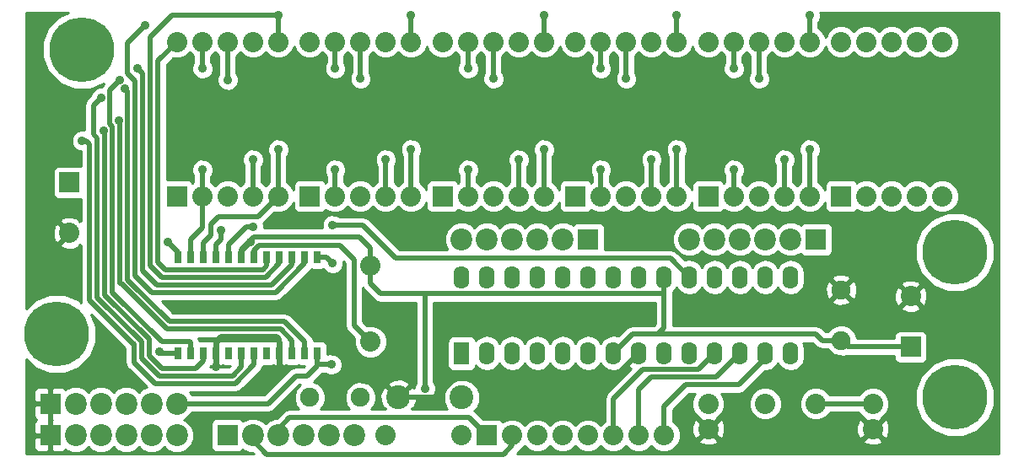
<source format=gtl>
G04 (created by PCBNEW (2013-07-07 BZR 4022)-stable) date 07/12/2013 12:57:39*
%MOIN*%
G04 Gerber Fmt 3.4, Leading zero omitted, Abs format*
%FSLAX34Y34*%
G01*
G70*
G90*
G04 APERTURE LIST*
%ADD10C,0.00393701*%
%ADD11R,0.03X0.05*%
%ADD12R,0.08X0.08*%
%ADD13C,0.08*%
%ADD14C,0.2559*%
%ADD15C,0.0945*%
%ADD16C,0.075*%
%ADD17O,0.062X0.09*%
%ADD18R,0.062X0.09*%
%ADD19R,0.0827X0.0827*%
%ADD20C,0.0866*%
%ADD21C,0.035*%
%ADD22C,0.02*%
%ADD23C,0.01*%
G04 APERTURE END LIST*
G54D10*
G54D11*
X31800Y-23000D03*
X32300Y-23000D03*
X32800Y-23000D03*
X33300Y-23000D03*
X33800Y-23000D03*
X34300Y-23000D03*
X34800Y-23000D03*
X35300Y-23000D03*
X35800Y-23000D03*
X36300Y-23000D03*
X36800Y-23000D03*
X37300Y-23000D03*
X31800Y-19200D03*
X32300Y-19200D03*
X32800Y-19200D03*
X33300Y-19200D03*
X33800Y-19200D03*
X34300Y-19200D03*
X34800Y-19200D03*
X35300Y-19200D03*
X35800Y-19200D03*
X36300Y-19200D03*
X36800Y-19200D03*
X37300Y-19200D03*
G54D12*
X58000Y-16800D03*
G54D13*
X59000Y-16800D03*
X60000Y-16800D03*
X61000Y-16800D03*
X62000Y-16800D03*
X62000Y-10700D03*
X61000Y-10700D03*
X60000Y-10700D03*
X59000Y-10700D03*
X58000Y-10700D03*
G54D12*
X31750Y-16800D03*
G54D13*
X32750Y-16800D03*
X33750Y-16800D03*
X34750Y-16800D03*
X35750Y-16800D03*
X35750Y-10700D03*
X34750Y-10700D03*
X33750Y-10700D03*
X32750Y-10700D03*
X31750Y-10700D03*
G54D12*
X52750Y-16800D03*
G54D13*
X53750Y-16800D03*
X54750Y-16800D03*
X55750Y-16800D03*
X56750Y-16800D03*
X56750Y-10700D03*
X55750Y-10700D03*
X54750Y-10700D03*
X53750Y-10700D03*
X52750Y-10700D03*
G54D12*
X47500Y-16800D03*
G54D13*
X48500Y-16800D03*
X49500Y-16800D03*
X50500Y-16800D03*
X51500Y-16800D03*
X51500Y-10700D03*
X50500Y-10700D03*
X49500Y-10700D03*
X48500Y-10700D03*
X47500Y-10700D03*
G54D12*
X42250Y-16800D03*
G54D13*
X43250Y-16800D03*
X44250Y-16800D03*
X45250Y-16800D03*
X46250Y-16800D03*
X46250Y-10700D03*
X45250Y-10700D03*
X44250Y-10700D03*
X43250Y-10700D03*
X42250Y-10700D03*
G54D12*
X37000Y-16800D03*
G54D13*
X38000Y-16800D03*
X39000Y-16800D03*
X40000Y-16800D03*
X41000Y-16800D03*
X41000Y-10700D03*
X40000Y-10700D03*
X39000Y-10700D03*
X38000Y-10700D03*
X37000Y-10700D03*
X39400Y-22550D03*
X39400Y-19550D03*
G54D12*
X27500Y-16250D03*
G54D13*
X27500Y-18250D03*
G54D14*
X62500Y-24750D03*
X27000Y-22250D03*
X62500Y-19000D03*
X28000Y-11000D03*
G54D13*
X57000Y-25000D03*
X55000Y-25000D03*
G54D15*
X40500Y-24750D03*
X43000Y-24750D03*
G54D12*
X44000Y-26250D03*
G54D13*
X45000Y-26250D03*
X46000Y-26250D03*
X47000Y-26250D03*
X48000Y-26250D03*
X49000Y-26250D03*
X50000Y-26250D03*
X51000Y-26250D03*
X40000Y-26250D03*
X43000Y-26250D03*
G54D12*
X60750Y-22750D03*
G54D13*
X60750Y-20750D03*
G54D16*
X58000Y-22500D03*
X58000Y-20500D03*
X39000Y-24750D03*
X37000Y-24750D03*
G54D13*
X52750Y-25000D03*
X52750Y-26000D03*
X59250Y-25000D03*
X59250Y-26000D03*
G54D17*
X44000Y-23000D03*
X45000Y-23000D03*
X46000Y-23000D03*
X47000Y-23000D03*
X48000Y-23000D03*
X49000Y-23000D03*
X50000Y-23000D03*
X51000Y-23000D03*
X52000Y-23000D03*
X53000Y-23000D03*
X54000Y-23000D03*
X55000Y-23000D03*
X56000Y-23000D03*
G54D18*
X43000Y-23000D03*
G54D17*
X56000Y-20000D03*
X55000Y-20000D03*
X54000Y-20000D03*
X53000Y-20000D03*
X52000Y-20000D03*
X51000Y-20000D03*
X50000Y-20000D03*
X49000Y-20000D03*
X48000Y-20000D03*
X47000Y-20000D03*
X46000Y-20000D03*
X45000Y-20000D03*
X44000Y-20000D03*
X43000Y-20000D03*
G54D19*
X26750Y-25000D03*
G54D20*
X27750Y-25000D03*
X28750Y-25000D03*
X29750Y-25000D03*
X30750Y-25000D03*
X31750Y-25000D03*
G54D19*
X26750Y-26250D03*
G54D20*
X27750Y-26250D03*
X28750Y-26250D03*
X29750Y-26250D03*
X30750Y-26250D03*
X31750Y-26250D03*
G54D19*
X57000Y-18500D03*
G54D20*
X56000Y-18500D03*
X55000Y-18500D03*
X54000Y-18500D03*
X53000Y-18500D03*
X52000Y-18500D03*
G54D19*
X48000Y-18500D03*
G54D20*
X47000Y-18500D03*
X46000Y-18500D03*
X45000Y-18500D03*
X44000Y-18500D03*
X43000Y-18500D03*
G54D19*
X33750Y-26250D03*
G54D20*
X34750Y-26250D03*
X35750Y-26250D03*
X36750Y-26250D03*
X37750Y-26250D03*
X38750Y-26250D03*
G54D21*
X34660Y-18610D03*
X41550Y-24400D03*
X29350Y-24100D03*
X35550Y-23800D03*
X33300Y-23550D03*
X31400Y-18600D03*
X31050Y-22950D03*
X56750Y-9650D03*
X51500Y-9650D03*
X46250Y-9650D03*
X41000Y-9650D03*
X35750Y-9650D03*
X35750Y-14950D03*
X56750Y-14950D03*
X51500Y-14950D03*
X46250Y-14950D03*
X41000Y-14950D03*
X30200Y-11750D03*
X53750Y-11750D03*
X48500Y-11750D03*
X43250Y-11750D03*
X32750Y-11750D03*
X38000Y-11750D03*
X53750Y-15750D03*
X48500Y-15750D03*
X43250Y-15750D03*
X38000Y-15750D03*
X32750Y-15750D03*
X28850Y-14200D03*
X54750Y-12150D03*
X28750Y-12900D03*
X44250Y-12150D03*
X29500Y-12200D03*
X33750Y-12200D03*
X30500Y-10050D03*
X29450Y-13800D03*
X28000Y-14600D03*
X49500Y-12150D03*
X34750Y-18000D03*
X34750Y-15350D03*
X55750Y-15350D03*
X50500Y-15350D03*
X45250Y-15350D03*
X40000Y-15350D03*
X29700Y-12550D03*
X39000Y-12150D03*
X33500Y-18150D03*
X52000Y-20000D03*
X37900Y-17950D03*
X37900Y-19450D03*
X37850Y-23450D03*
G54D22*
X34300Y-18970D02*
X34300Y-19200D01*
X34660Y-18610D02*
X34300Y-18970D01*
X60750Y-22750D02*
X58250Y-22750D01*
X58250Y-22750D02*
X58000Y-22500D01*
X41550Y-24400D02*
X41550Y-20650D01*
X51000Y-20000D02*
X51000Y-20700D01*
X51000Y-20700D02*
X50950Y-20650D01*
X50950Y-20650D02*
X41550Y-20650D01*
X39400Y-20250D02*
X39400Y-19550D01*
X41550Y-20650D02*
X39800Y-20650D01*
X39800Y-20650D02*
X39400Y-20250D01*
X58000Y-22500D02*
X57250Y-22500D01*
X57000Y-22250D02*
X50750Y-22250D01*
X57250Y-22500D02*
X57000Y-22250D01*
X51000Y-20000D02*
X51000Y-22000D01*
X49750Y-22250D02*
X49000Y-23000D01*
X50750Y-22250D02*
X49750Y-22250D01*
X51000Y-22000D02*
X50750Y-22250D01*
X34300Y-19200D02*
X34300Y-18900D01*
X34300Y-18900D02*
X34800Y-18400D01*
X34800Y-18400D02*
X38950Y-18400D01*
X38950Y-18400D02*
X39400Y-18850D01*
X39400Y-18850D02*
X39400Y-19550D01*
X26750Y-24300D02*
X26750Y-25000D01*
X26950Y-24100D02*
X26750Y-24300D01*
X29350Y-24100D02*
X26950Y-24100D01*
X40500Y-24750D02*
X42000Y-24750D01*
X42000Y-24750D02*
X42850Y-23900D01*
X48800Y-23900D02*
X49100Y-23900D01*
X42850Y-23900D02*
X48850Y-23900D01*
X48850Y-23900D02*
X48800Y-23900D01*
X49100Y-23900D02*
X50000Y-23000D01*
X35800Y-23550D02*
X35800Y-23000D01*
X35550Y-23800D02*
X35800Y-23550D01*
X33300Y-23000D02*
X33300Y-23550D01*
X35800Y-23000D02*
X35800Y-22450D01*
X35800Y-22450D02*
X35700Y-22350D01*
X35700Y-22350D02*
X33500Y-22350D01*
X33500Y-22350D02*
X33300Y-22550D01*
X33300Y-22550D02*
X33300Y-23000D01*
X31800Y-19000D02*
X31800Y-19200D01*
X31400Y-18600D02*
X31800Y-19000D01*
X31100Y-23000D02*
X31800Y-23000D01*
X31050Y-22950D02*
X31100Y-23000D01*
X32650Y-20000D02*
X31150Y-20000D01*
X31550Y-9650D02*
X35750Y-9650D01*
X30700Y-10500D02*
X31550Y-9650D01*
X30700Y-19550D02*
X30700Y-10500D01*
X31150Y-20000D02*
X30700Y-19550D01*
X35800Y-19200D02*
X35800Y-19450D01*
X35250Y-20000D02*
X32650Y-20000D01*
X32650Y-20000D02*
X32600Y-20000D01*
X35800Y-19450D02*
X35250Y-20000D01*
X56750Y-9650D02*
X56750Y-10700D01*
X51500Y-9650D02*
X51500Y-10700D01*
X46250Y-9650D02*
X46250Y-10700D01*
X35750Y-10700D02*
X35750Y-9650D01*
X41000Y-9650D02*
X41000Y-10700D01*
X55000Y-23000D02*
X55000Y-23200D01*
X51000Y-25100D02*
X51000Y-26250D01*
X51850Y-24250D02*
X51000Y-25100D01*
X53950Y-24250D02*
X51850Y-24250D01*
X55000Y-23200D02*
X53950Y-24250D01*
X34750Y-26250D02*
X34750Y-26450D01*
X45000Y-26650D02*
X45000Y-26250D01*
X44650Y-27000D02*
X45000Y-26650D01*
X35300Y-27000D02*
X44650Y-27000D01*
X34750Y-26450D02*
X35300Y-27000D01*
X57000Y-25000D02*
X59250Y-25000D01*
X49000Y-25050D02*
X49000Y-24800D01*
X49000Y-24800D02*
X50150Y-23650D01*
X49000Y-26250D02*
X49000Y-25050D01*
X52350Y-23650D02*
X53000Y-23000D01*
X50150Y-23650D02*
X52350Y-23650D01*
X35750Y-26250D02*
X35750Y-26000D01*
X43300Y-25550D02*
X44000Y-26250D01*
X36200Y-25550D02*
X43300Y-25550D01*
X35750Y-26000D02*
X36200Y-25550D01*
X50000Y-26250D02*
X50000Y-24450D01*
X53050Y-23950D02*
X54000Y-23000D01*
X50500Y-23950D02*
X53050Y-23950D01*
X50000Y-24450D02*
X50500Y-23950D01*
X32800Y-19200D02*
X32800Y-18650D01*
X34950Y-17600D02*
X35750Y-16800D01*
X33400Y-17600D02*
X34950Y-17600D01*
X33100Y-17900D02*
X33400Y-17600D01*
X33100Y-18350D02*
X33100Y-17900D01*
X32800Y-18650D02*
X33100Y-18350D01*
X35750Y-16800D02*
X35750Y-14950D01*
X56750Y-14950D02*
X56750Y-16800D01*
X51500Y-14950D02*
X51500Y-16800D01*
X41000Y-16800D02*
X41000Y-14950D01*
X46250Y-14950D02*
X46250Y-16800D01*
X32700Y-20300D02*
X30950Y-20300D01*
X30400Y-11950D02*
X30200Y-11750D01*
X30400Y-19750D02*
X30400Y-11950D01*
X30950Y-20300D02*
X30400Y-19750D01*
X36300Y-19200D02*
X36300Y-19500D01*
X35500Y-20300D02*
X32700Y-20300D01*
X32700Y-20300D02*
X32600Y-20300D01*
X36300Y-19500D02*
X35500Y-20300D01*
X53750Y-11750D02*
X53750Y-10700D01*
X48500Y-11750D02*
X48500Y-10700D01*
X43250Y-11750D02*
X43250Y-10700D01*
X32750Y-10700D02*
X32750Y-11750D01*
X38000Y-11750D02*
X38000Y-10700D01*
X32300Y-19200D02*
X32300Y-18500D01*
X32750Y-18050D02*
X32750Y-16800D01*
X32300Y-18500D02*
X32750Y-18050D01*
X53750Y-15750D02*
X53750Y-16800D01*
X48500Y-15750D02*
X48500Y-16800D01*
X43250Y-15750D02*
X43250Y-16800D01*
X32750Y-16800D02*
X32750Y-15750D01*
X38000Y-15750D02*
X38000Y-16800D01*
X28900Y-20150D02*
X28900Y-20700D01*
X30650Y-22450D02*
X30650Y-23100D01*
X28900Y-20700D02*
X30650Y-22450D01*
X31850Y-23600D02*
X31150Y-23600D01*
X31150Y-23600D02*
X30650Y-23100D01*
X28900Y-20150D02*
X28900Y-14250D01*
X28900Y-14250D02*
X28850Y-14200D01*
X32800Y-23000D02*
X32800Y-23300D01*
X32500Y-23600D02*
X31850Y-23600D01*
X31850Y-23600D02*
X31700Y-23600D01*
X32800Y-23300D02*
X32500Y-23600D01*
X54750Y-10700D02*
X54750Y-12150D01*
X28600Y-20350D02*
X28600Y-20800D01*
X30350Y-22550D02*
X30350Y-23200D01*
X28600Y-20800D02*
X30350Y-22550D01*
X30675Y-23525D02*
X31050Y-23900D01*
X30675Y-23525D02*
X30350Y-23200D01*
X34300Y-23000D02*
X34300Y-23550D01*
X31050Y-23900D02*
X33950Y-23900D01*
X33950Y-23900D02*
X34300Y-23550D01*
X28600Y-20350D02*
X28600Y-14500D01*
X28600Y-14500D02*
X28450Y-14350D01*
X28450Y-14350D02*
X28450Y-13200D01*
X28450Y-13200D02*
X28750Y-12900D01*
X44250Y-10700D02*
X44250Y-12150D01*
X31600Y-22550D02*
X31150Y-22550D01*
X29100Y-12600D02*
X29500Y-12200D01*
X29100Y-13950D02*
X29100Y-12600D01*
X29200Y-14050D02*
X29100Y-13950D01*
X29200Y-20600D02*
X29200Y-14050D01*
X31150Y-22550D02*
X29200Y-20600D01*
X32300Y-23000D02*
X32300Y-22600D01*
X32300Y-22600D02*
X32250Y-22550D01*
X32250Y-22550D02*
X31600Y-22550D01*
X31600Y-22550D02*
X31650Y-22550D01*
X31650Y-22550D02*
X31500Y-22550D01*
X33750Y-10700D02*
X33750Y-12200D01*
X35050Y-20600D02*
X30750Y-20600D01*
X36800Y-19450D02*
X35650Y-20600D01*
X35650Y-20600D02*
X35050Y-20600D01*
X36800Y-19200D02*
X36800Y-19450D01*
X29800Y-10750D02*
X30500Y-10050D01*
X29800Y-11950D02*
X29800Y-10750D01*
X30100Y-12250D02*
X29800Y-11950D01*
X30100Y-19950D02*
X30100Y-12250D01*
X30750Y-20600D02*
X30100Y-19950D01*
X33400Y-22050D02*
X31350Y-22050D01*
X36300Y-22500D02*
X35850Y-22050D01*
X35850Y-22050D02*
X33400Y-22050D01*
X36300Y-23000D02*
X36300Y-22500D01*
X29450Y-13850D02*
X29450Y-13800D01*
X29500Y-13900D02*
X29450Y-13850D01*
X29500Y-19500D02*
X29500Y-13900D01*
X29500Y-20250D02*
X29500Y-19500D01*
X29550Y-20250D02*
X29500Y-20250D01*
X31350Y-22050D02*
X29550Y-20250D01*
X28000Y-14600D02*
X28150Y-14600D01*
X30050Y-23350D02*
X30100Y-23400D01*
X30050Y-22650D02*
X30050Y-23350D01*
X30000Y-22600D02*
X30050Y-22650D01*
X30000Y-22600D02*
X30000Y-22600D01*
X28300Y-20900D02*
X30000Y-22600D01*
X28300Y-14750D02*
X28300Y-20900D01*
X28150Y-14600D02*
X28300Y-14750D01*
X30100Y-23400D02*
X30900Y-24200D01*
X30900Y-24200D02*
X34050Y-24200D01*
X34050Y-24200D02*
X34800Y-23450D01*
X34800Y-23450D02*
X34800Y-23000D01*
X49500Y-10700D02*
X49500Y-12150D01*
X33800Y-19200D02*
X33800Y-18700D01*
X34500Y-18000D02*
X34750Y-18000D01*
X33800Y-18700D02*
X34500Y-18000D01*
X34750Y-16800D02*
X34750Y-15350D01*
X55750Y-15350D02*
X55750Y-16800D01*
X50500Y-15350D02*
X50500Y-16800D01*
X40000Y-16800D02*
X40000Y-15350D01*
X45250Y-15350D02*
X45250Y-16800D01*
X33400Y-21750D02*
X31450Y-21750D01*
X29800Y-12650D02*
X29700Y-12550D01*
X29800Y-20100D02*
X29800Y-12650D01*
X31450Y-21750D02*
X29800Y-20100D01*
X36800Y-23000D02*
X36800Y-22550D01*
X36000Y-21750D02*
X33400Y-21750D01*
X36800Y-22550D02*
X36000Y-21750D01*
X39000Y-10700D02*
X39000Y-12150D01*
X34800Y-19200D02*
X34800Y-18950D01*
X38750Y-21900D02*
X39400Y-22550D01*
X38750Y-19300D02*
X38750Y-21900D01*
X38200Y-18750D02*
X38750Y-19300D01*
X35000Y-18750D02*
X38200Y-18750D01*
X34800Y-18950D02*
X35000Y-18750D01*
X33300Y-19200D02*
X33300Y-18700D01*
X33500Y-18500D02*
X33500Y-18150D01*
X33300Y-18700D02*
X33500Y-18500D01*
X32700Y-19700D02*
X31300Y-19700D01*
X35300Y-19550D02*
X35150Y-19700D01*
X35150Y-19700D02*
X32700Y-19700D01*
X35300Y-19200D02*
X35300Y-19550D01*
X31000Y-11450D02*
X31750Y-10700D01*
X31000Y-19400D02*
X31000Y-11450D01*
X31300Y-19700D02*
X31000Y-19400D01*
X52000Y-20000D02*
X51250Y-19250D01*
X51250Y-19250D02*
X40400Y-19250D01*
X40400Y-19250D02*
X39100Y-17950D01*
X39100Y-17950D02*
X37900Y-17950D01*
X37650Y-19200D02*
X37300Y-19200D01*
X37900Y-19450D02*
X37650Y-19200D01*
X37300Y-23450D02*
X37300Y-23500D01*
X37850Y-23450D02*
X37300Y-23450D01*
X31750Y-25000D02*
X35350Y-25000D01*
X35350Y-25000D02*
X36450Y-23900D01*
X36450Y-23900D02*
X36900Y-23900D01*
X36900Y-23900D02*
X37300Y-23500D01*
X37300Y-23500D02*
X37300Y-23000D01*
G54D10*
G36*
X28871Y-12333D02*
X28852Y-12352D01*
X28776Y-12466D01*
X28774Y-12475D01*
X28665Y-12474D01*
X28509Y-12539D01*
X28389Y-12658D01*
X28325Y-12815D01*
X28325Y-12829D01*
X28202Y-12952D01*
X28126Y-13066D01*
X28100Y-13200D01*
X28100Y-14181D01*
X28084Y-14175D01*
X27915Y-14174D01*
X27759Y-14239D01*
X27639Y-14358D01*
X27575Y-14515D01*
X27574Y-14684D01*
X27639Y-14840D01*
X27758Y-14960D01*
X27915Y-15024D01*
X27950Y-15024D01*
X27950Y-15600D01*
X27949Y-15600D01*
X27850Y-15599D01*
X27050Y-15599D01*
X26958Y-15637D01*
X26888Y-15708D01*
X26850Y-15800D01*
X26849Y-15899D01*
X26849Y-16699D01*
X26887Y-16791D01*
X26958Y-16861D01*
X27050Y-16899D01*
X27149Y-16900D01*
X27949Y-16900D01*
X27950Y-16899D01*
X27950Y-17764D01*
X27932Y-17746D01*
X27887Y-17791D01*
X27847Y-17685D01*
X27605Y-17595D01*
X27347Y-17605D01*
X27152Y-17685D01*
X27112Y-17791D01*
X27500Y-18179D01*
X27505Y-18173D01*
X27576Y-18244D01*
X27570Y-18250D01*
X27576Y-18255D01*
X27505Y-18326D01*
X27500Y-18320D01*
X27429Y-18391D01*
X27429Y-18250D01*
X27041Y-17862D01*
X26935Y-17902D01*
X26845Y-18144D01*
X26855Y-18402D01*
X26935Y-18597D01*
X27041Y-18637D01*
X27429Y-18250D01*
X27429Y-18391D01*
X27112Y-18708D01*
X27152Y-18814D01*
X27394Y-18904D01*
X27652Y-18894D01*
X27847Y-18814D01*
X27887Y-18708D01*
X27887Y-18708D01*
X27932Y-18753D01*
X27950Y-18735D01*
X27950Y-20900D01*
X27971Y-21007D01*
X27887Y-20923D01*
X27887Y-20923D01*
X27312Y-20684D01*
X26689Y-20684D01*
X26114Y-20922D01*
X25779Y-21256D01*
X25779Y-9529D01*
X27459Y-9529D01*
X27114Y-9672D01*
X26673Y-10112D01*
X26434Y-10687D01*
X26434Y-11310D01*
X26672Y-11885D01*
X27112Y-12326D01*
X27687Y-12565D01*
X28310Y-12565D01*
X28871Y-12333D01*
X28871Y-12333D01*
G37*
G54D23*
X28871Y-12333D02*
X28852Y-12352D01*
X28776Y-12466D01*
X28774Y-12475D01*
X28665Y-12474D01*
X28509Y-12539D01*
X28389Y-12658D01*
X28325Y-12815D01*
X28325Y-12829D01*
X28202Y-12952D01*
X28126Y-13066D01*
X28100Y-13200D01*
X28100Y-14181D01*
X28084Y-14175D01*
X27915Y-14174D01*
X27759Y-14239D01*
X27639Y-14358D01*
X27575Y-14515D01*
X27574Y-14684D01*
X27639Y-14840D01*
X27758Y-14960D01*
X27915Y-15024D01*
X27950Y-15024D01*
X27950Y-15600D01*
X27949Y-15600D01*
X27850Y-15599D01*
X27050Y-15599D01*
X26958Y-15637D01*
X26888Y-15708D01*
X26850Y-15800D01*
X26849Y-15899D01*
X26849Y-16699D01*
X26887Y-16791D01*
X26958Y-16861D01*
X27050Y-16899D01*
X27149Y-16900D01*
X27949Y-16900D01*
X27950Y-16899D01*
X27950Y-17764D01*
X27932Y-17746D01*
X27887Y-17791D01*
X27847Y-17685D01*
X27605Y-17595D01*
X27347Y-17605D01*
X27152Y-17685D01*
X27112Y-17791D01*
X27500Y-18179D01*
X27505Y-18173D01*
X27576Y-18244D01*
X27570Y-18250D01*
X27576Y-18255D01*
X27505Y-18326D01*
X27500Y-18320D01*
X27429Y-18391D01*
X27429Y-18250D01*
X27041Y-17862D01*
X26935Y-17902D01*
X26845Y-18144D01*
X26855Y-18402D01*
X26935Y-18597D01*
X27041Y-18637D01*
X27429Y-18250D01*
X27429Y-18391D01*
X27112Y-18708D01*
X27152Y-18814D01*
X27394Y-18904D01*
X27652Y-18894D01*
X27847Y-18814D01*
X27887Y-18708D01*
X27887Y-18708D01*
X27932Y-18753D01*
X27950Y-18735D01*
X27950Y-20900D01*
X27971Y-21007D01*
X27887Y-20923D01*
X27887Y-20923D01*
X27312Y-20684D01*
X26689Y-20684D01*
X26114Y-20922D01*
X25779Y-21256D01*
X25779Y-9529D01*
X27459Y-9529D01*
X27114Y-9672D01*
X26673Y-10112D01*
X26434Y-10687D01*
X26434Y-11310D01*
X26672Y-11885D01*
X27112Y-12326D01*
X27687Y-12565D01*
X28310Y-12565D01*
X28871Y-12333D01*
G54D10*
G36*
X36616Y-24250D02*
X36470Y-24395D01*
X36375Y-24625D01*
X36374Y-24873D01*
X36469Y-25103D01*
X36566Y-25200D01*
X36200Y-25200D01*
X36066Y-25226D01*
X35952Y-25302D01*
X35688Y-25566D01*
X35614Y-25566D01*
X35363Y-25670D01*
X35249Y-25784D01*
X35137Y-25671D01*
X34886Y-25567D01*
X34614Y-25566D01*
X34363Y-25670D01*
X34357Y-25676D01*
X34305Y-25624D01*
X34213Y-25586D01*
X34113Y-25586D01*
X33286Y-25586D01*
X33195Y-25624D01*
X33124Y-25694D01*
X33086Y-25786D01*
X33086Y-25886D01*
X33086Y-26713D01*
X33124Y-26804D01*
X33194Y-26875D01*
X33286Y-26913D01*
X33386Y-26913D01*
X34213Y-26913D01*
X34304Y-26875D01*
X34357Y-26823D01*
X34362Y-26828D01*
X34613Y-26932D01*
X34738Y-26932D01*
X34775Y-26970D01*
X26700Y-26970D01*
X26700Y-26851D01*
X26700Y-26300D01*
X26700Y-26200D01*
X26700Y-25649D01*
X26676Y-25625D01*
X26700Y-25601D01*
X26700Y-25050D01*
X26700Y-24950D01*
X26700Y-24399D01*
X26637Y-24336D01*
X26286Y-24336D01*
X26195Y-24374D01*
X26124Y-24444D01*
X26086Y-24536D01*
X26086Y-24636D01*
X26086Y-24887D01*
X26149Y-24950D01*
X26700Y-24950D01*
X26700Y-25050D01*
X26149Y-25050D01*
X26086Y-25112D01*
X26086Y-25363D01*
X26086Y-25463D01*
X26124Y-25555D01*
X26194Y-25625D01*
X26124Y-25694D01*
X26086Y-25786D01*
X26086Y-25886D01*
X26086Y-26137D01*
X26149Y-26200D01*
X26700Y-26200D01*
X26700Y-26300D01*
X26149Y-26300D01*
X26086Y-26362D01*
X26086Y-26613D01*
X26086Y-26713D01*
X26124Y-26805D01*
X26195Y-26875D01*
X26286Y-26913D01*
X26637Y-26913D01*
X26700Y-26851D01*
X26700Y-26970D01*
X25779Y-26970D01*
X25779Y-23243D01*
X26112Y-23576D01*
X26687Y-23815D01*
X27310Y-23815D01*
X27885Y-23577D01*
X28326Y-23137D01*
X28565Y-22562D01*
X28565Y-21939D01*
X28369Y-21464D01*
X29700Y-22794D01*
X29700Y-23350D01*
X29726Y-23483D01*
X29802Y-23597D01*
X29852Y-23647D01*
X30549Y-24344D01*
X30363Y-24420D01*
X30249Y-24534D01*
X30137Y-24421D01*
X29886Y-24317D01*
X29614Y-24316D01*
X29363Y-24420D01*
X29249Y-24534D01*
X29137Y-24421D01*
X28886Y-24317D01*
X28614Y-24316D01*
X28363Y-24420D01*
X28249Y-24534D01*
X28137Y-24421D01*
X27886Y-24317D01*
X27614Y-24316D01*
X27363Y-24420D01*
X27357Y-24426D01*
X27304Y-24374D01*
X27213Y-24336D01*
X26862Y-24336D01*
X26800Y-24399D01*
X26800Y-24950D01*
X26807Y-24950D01*
X26807Y-25050D01*
X26800Y-25050D01*
X26800Y-25601D01*
X26824Y-25625D01*
X26800Y-25649D01*
X26800Y-26200D01*
X26807Y-26200D01*
X26807Y-26300D01*
X26800Y-26300D01*
X26800Y-26851D01*
X26862Y-26913D01*
X27213Y-26913D01*
X27304Y-26875D01*
X27357Y-26823D01*
X27362Y-26828D01*
X27613Y-26932D01*
X27885Y-26933D01*
X28136Y-26829D01*
X28250Y-26715D01*
X28362Y-26828D01*
X28613Y-26932D01*
X28885Y-26933D01*
X29136Y-26829D01*
X29250Y-26715D01*
X29362Y-26828D01*
X29613Y-26932D01*
X29885Y-26933D01*
X30136Y-26829D01*
X30250Y-26715D01*
X30362Y-26828D01*
X30613Y-26932D01*
X30885Y-26933D01*
X31136Y-26829D01*
X31250Y-26715D01*
X31362Y-26828D01*
X31613Y-26932D01*
X31885Y-26933D01*
X32136Y-26829D01*
X32328Y-26637D01*
X32432Y-26386D01*
X32433Y-26114D01*
X32329Y-25863D01*
X32137Y-25671D01*
X32025Y-25625D01*
X32136Y-25579D01*
X32328Y-25387D01*
X32344Y-25350D01*
X35350Y-25350D01*
X35483Y-25323D01*
X35483Y-25323D01*
X35597Y-25247D01*
X36594Y-24250D01*
X36616Y-24250D01*
X36616Y-24250D01*
G37*
G54D23*
X36616Y-24250D02*
X36470Y-24395D01*
X36375Y-24625D01*
X36374Y-24873D01*
X36469Y-25103D01*
X36566Y-25200D01*
X36200Y-25200D01*
X36066Y-25226D01*
X35952Y-25302D01*
X35688Y-25566D01*
X35614Y-25566D01*
X35363Y-25670D01*
X35249Y-25784D01*
X35137Y-25671D01*
X34886Y-25567D01*
X34614Y-25566D01*
X34363Y-25670D01*
X34357Y-25676D01*
X34305Y-25624D01*
X34213Y-25586D01*
X34113Y-25586D01*
X33286Y-25586D01*
X33195Y-25624D01*
X33124Y-25694D01*
X33086Y-25786D01*
X33086Y-25886D01*
X33086Y-26713D01*
X33124Y-26804D01*
X33194Y-26875D01*
X33286Y-26913D01*
X33386Y-26913D01*
X34213Y-26913D01*
X34304Y-26875D01*
X34357Y-26823D01*
X34362Y-26828D01*
X34613Y-26932D01*
X34738Y-26932D01*
X34775Y-26970D01*
X26700Y-26970D01*
X26700Y-26851D01*
X26700Y-26300D01*
X26700Y-26200D01*
X26700Y-25649D01*
X26676Y-25625D01*
X26700Y-25601D01*
X26700Y-25050D01*
X26700Y-24950D01*
X26700Y-24399D01*
X26637Y-24336D01*
X26286Y-24336D01*
X26195Y-24374D01*
X26124Y-24444D01*
X26086Y-24536D01*
X26086Y-24636D01*
X26086Y-24887D01*
X26149Y-24950D01*
X26700Y-24950D01*
X26700Y-25050D01*
X26149Y-25050D01*
X26086Y-25112D01*
X26086Y-25363D01*
X26086Y-25463D01*
X26124Y-25555D01*
X26194Y-25625D01*
X26124Y-25694D01*
X26086Y-25786D01*
X26086Y-25886D01*
X26086Y-26137D01*
X26149Y-26200D01*
X26700Y-26200D01*
X26700Y-26300D01*
X26149Y-26300D01*
X26086Y-26362D01*
X26086Y-26613D01*
X26086Y-26713D01*
X26124Y-26805D01*
X26195Y-26875D01*
X26286Y-26913D01*
X26637Y-26913D01*
X26700Y-26851D01*
X26700Y-26970D01*
X25779Y-26970D01*
X25779Y-23243D01*
X26112Y-23576D01*
X26687Y-23815D01*
X27310Y-23815D01*
X27885Y-23577D01*
X28326Y-23137D01*
X28565Y-22562D01*
X28565Y-21939D01*
X28369Y-21464D01*
X29700Y-22794D01*
X29700Y-23350D01*
X29726Y-23483D01*
X29802Y-23597D01*
X29852Y-23647D01*
X30549Y-24344D01*
X30363Y-24420D01*
X30249Y-24534D01*
X30137Y-24421D01*
X29886Y-24317D01*
X29614Y-24316D01*
X29363Y-24420D01*
X29249Y-24534D01*
X29137Y-24421D01*
X28886Y-24317D01*
X28614Y-24316D01*
X28363Y-24420D01*
X28249Y-24534D01*
X28137Y-24421D01*
X27886Y-24317D01*
X27614Y-24316D01*
X27363Y-24420D01*
X27357Y-24426D01*
X27304Y-24374D01*
X27213Y-24336D01*
X26862Y-24336D01*
X26800Y-24399D01*
X26800Y-24950D01*
X26807Y-24950D01*
X26807Y-25050D01*
X26800Y-25050D01*
X26800Y-25601D01*
X26824Y-25625D01*
X26800Y-25649D01*
X26800Y-26200D01*
X26807Y-26200D01*
X26807Y-26300D01*
X26800Y-26300D01*
X26800Y-26851D01*
X26862Y-26913D01*
X27213Y-26913D01*
X27304Y-26875D01*
X27357Y-26823D01*
X27362Y-26828D01*
X27613Y-26932D01*
X27885Y-26933D01*
X28136Y-26829D01*
X28250Y-26715D01*
X28362Y-26828D01*
X28613Y-26932D01*
X28885Y-26933D01*
X29136Y-26829D01*
X29250Y-26715D01*
X29362Y-26828D01*
X29613Y-26932D01*
X29885Y-26933D01*
X30136Y-26829D01*
X30250Y-26715D01*
X30362Y-26828D01*
X30613Y-26932D01*
X30885Y-26933D01*
X31136Y-26829D01*
X31250Y-26715D01*
X31362Y-26828D01*
X31613Y-26932D01*
X31885Y-26933D01*
X32136Y-26829D01*
X32328Y-26637D01*
X32432Y-26386D01*
X32433Y-26114D01*
X32329Y-25863D01*
X32137Y-25671D01*
X32025Y-25625D01*
X32136Y-25579D01*
X32328Y-25387D01*
X32344Y-25350D01*
X35350Y-25350D01*
X35483Y-25323D01*
X35483Y-25323D01*
X35597Y-25247D01*
X36594Y-24250D01*
X36616Y-24250D01*
G54D10*
G36*
X36804Y-23500D02*
X36755Y-23550D01*
X36450Y-23550D01*
X36316Y-23576D01*
X36202Y-23652D01*
X36202Y-23652D01*
X35205Y-24650D01*
X32344Y-24650D01*
X32329Y-24613D01*
X32265Y-24550D01*
X34050Y-24550D01*
X34183Y-24523D01*
X34183Y-24523D01*
X34297Y-24447D01*
X35047Y-23697D01*
X35047Y-23697D01*
X35047Y-23697D01*
X35123Y-23583D01*
X35140Y-23499D01*
X35199Y-23500D01*
X35499Y-23500D01*
X35550Y-23479D01*
X35600Y-23500D01*
X35687Y-23500D01*
X35750Y-23437D01*
X35750Y-23050D01*
X35742Y-23050D01*
X35742Y-22950D01*
X35750Y-22950D01*
X35750Y-22562D01*
X35687Y-22500D01*
X35600Y-22499D01*
X35549Y-22520D01*
X35499Y-22500D01*
X35400Y-22499D01*
X35100Y-22499D01*
X35049Y-22520D01*
X34999Y-22500D01*
X34900Y-22499D01*
X34600Y-22499D01*
X34549Y-22520D01*
X34499Y-22500D01*
X34400Y-22499D01*
X34100Y-22499D01*
X34049Y-22520D01*
X33999Y-22500D01*
X33900Y-22499D01*
X33600Y-22499D01*
X33550Y-22520D01*
X33499Y-22499D01*
X33412Y-22500D01*
X33350Y-22562D01*
X33350Y-22950D01*
X33357Y-22950D01*
X33357Y-23050D01*
X33350Y-23050D01*
X33350Y-23437D01*
X33412Y-23500D01*
X33499Y-23500D01*
X33550Y-23479D01*
X33600Y-23499D01*
X33699Y-23500D01*
X33854Y-23500D01*
X33805Y-23550D01*
X33044Y-23550D01*
X33047Y-23547D01*
X33047Y-23547D01*
X33047Y-23547D01*
X33083Y-23493D01*
X33100Y-23500D01*
X33187Y-23500D01*
X33250Y-23437D01*
X33250Y-23050D01*
X33242Y-23050D01*
X33242Y-22950D01*
X33250Y-22950D01*
X33250Y-22562D01*
X33187Y-22500D01*
X33100Y-22499D01*
X33049Y-22520D01*
X32999Y-22500D01*
X32900Y-22499D01*
X32630Y-22499D01*
X32623Y-22466D01*
X32623Y-22466D01*
X32579Y-22400D01*
X33400Y-22400D01*
X35705Y-22400D01*
X35858Y-22553D01*
X35850Y-22562D01*
X35850Y-22950D01*
X35857Y-22950D01*
X35857Y-23050D01*
X35850Y-23050D01*
X35850Y-23437D01*
X35912Y-23500D01*
X35999Y-23500D01*
X36050Y-23479D01*
X36100Y-23499D01*
X36199Y-23500D01*
X36499Y-23500D01*
X36550Y-23479D01*
X36600Y-23499D01*
X36699Y-23500D01*
X36804Y-23500D01*
X36804Y-23500D01*
G37*
G54D23*
X36804Y-23500D02*
X36755Y-23550D01*
X36450Y-23550D01*
X36316Y-23576D01*
X36202Y-23652D01*
X36202Y-23652D01*
X35205Y-24650D01*
X32344Y-24650D01*
X32329Y-24613D01*
X32265Y-24550D01*
X34050Y-24550D01*
X34183Y-24523D01*
X34183Y-24523D01*
X34297Y-24447D01*
X35047Y-23697D01*
X35047Y-23697D01*
X35047Y-23697D01*
X35123Y-23583D01*
X35140Y-23499D01*
X35199Y-23500D01*
X35499Y-23500D01*
X35550Y-23479D01*
X35600Y-23500D01*
X35687Y-23500D01*
X35750Y-23437D01*
X35750Y-23050D01*
X35742Y-23050D01*
X35742Y-22950D01*
X35750Y-22950D01*
X35750Y-22562D01*
X35687Y-22500D01*
X35600Y-22499D01*
X35549Y-22520D01*
X35499Y-22500D01*
X35400Y-22499D01*
X35100Y-22499D01*
X35049Y-22520D01*
X34999Y-22500D01*
X34900Y-22499D01*
X34600Y-22499D01*
X34549Y-22520D01*
X34499Y-22500D01*
X34400Y-22499D01*
X34100Y-22499D01*
X34049Y-22520D01*
X33999Y-22500D01*
X33900Y-22499D01*
X33600Y-22499D01*
X33550Y-22520D01*
X33499Y-22499D01*
X33412Y-22500D01*
X33350Y-22562D01*
X33350Y-22950D01*
X33357Y-22950D01*
X33357Y-23050D01*
X33350Y-23050D01*
X33350Y-23437D01*
X33412Y-23500D01*
X33499Y-23500D01*
X33550Y-23479D01*
X33600Y-23499D01*
X33699Y-23500D01*
X33854Y-23500D01*
X33805Y-23550D01*
X33044Y-23550D01*
X33047Y-23547D01*
X33047Y-23547D01*
X33047Y-23547D01*
X33083Y-23493D01*
X33100Y-23500D01*
X33187Y-23500D01*
X33250Y-23437D01*
X33250Y-23050D01*
X33242Y-23050D01*
X33242Y-22950D01*
X33250Y-22950D01*
X33250Y-22562D01*
X33187Y-22500D01*
X33100Y-22499D01*
X33049Y-22520D01*
X32999Y-22500D01*
X32900Y-22499D01*
X32630Y-22499D01*
X32623Y-22466D01*
X32623Y-22466D01*
X32579Y-22400D01*
X33400Y-22400D01*
X35705Y-22400D01*
X35858Y-22553D01*
X35850Y-22562D01*
X35850Y-22950D01*
X35857Y-22950D01*
X35857Y-23050D01*
X35850Y-23050D01*
X35850Y-23437D01*
X35912Y-23500D01*
X35999Y-23500D01*
X36050Y-23479D01*
X36100Y-23499D01*
X36199Y-23500D01*
X36499Y-23500D01*
X36550Y-23479D01*
X36600Y-23499D01*
X36699Y-23500D01*
X36804Y-23500D01*
G54D10*
G36*
X37826Y-26255D02*
X37755Y-26326D01*
X37750Y-26320D01*
X37744Y-26326D01*
X37673Y-26255D01*
X37679Y-26250D01*
X37673Y-26244D01*
X37744Y-26173D01*
X37750Y-26179D01*
X37755Y-26173D01*
X37826Y-26244D01*
X37820Y-26250D01*
X37826Y-26255D01*
X37826Y-26255D01*
G37*
G54D23*
X37826Y-26255D02*
X37755Y-26326D01*
X37750Y-26320D01*
X37744Y-26326D01*
X37673Y-26255D01*
X37679Y-26250D01*
X37673Y-26244D01*
X37744Y-26173D01*
X37750Y-26179D01*
X37755Y-26173D01*
X37826Y-26244D01*
X37820Y-26250D01*
X37826Y-26255D01*
G54D10*
G36*
X38826Y-26255D02*
X38755Y-26326D01*
X38750Y-26320D01*
X38744Y-26326D01*
X38673Y-26255D01*
X38679Y-26250D01*
X38673Y-26244D01*
X38744Y-26173D01*
X38750Y-26179D01*
X38755Y-26173D01*
X38826Y-26244D01*
X38820Y-26250D01*
X38826Y-26255D01*
X38826Y-26255D01*
G37*
G54D23*
X38826Y-26255D02*
X38755Y-26326D01*
X38750Y-26320D01*
X38744Y-26326D01*
X38673Y-26255D01*
X38679Y-26250D01*
X38673Y-26244D01*
X38744Y-26173D01*
X38750Y-26179D01*
X38755Y-26173D01*
X38826Y-26244D01*
X38820Y-26250D01*
X38826Y-26255D01*
G54D10*
G36*
X41200Y-24148D02*
X41189Y-24158D01*
X41125Y-24315D01*
X41125Y-24360D01*
X41123Y-24358D01*
X41010Y-24309D01*
X40940Y-24380D01*
X40940Y-24239D01*
X40891Y-24126D01*
X40622Y-24023D01*
X40335Y-24031D01*
X40108Y-24126D01*
X40059Y-24239D01*
X40500Y-24679D01*
X40940Y-24239D01*
X40940Y-24380D01*
X40570Y-24750D01*
X40576Y-24755D01*
X40505Y-24826D01*
X40500Y-24820D01*
X40494Y-24826D01*
X40429Y-24761D01*
X40423Y-24755D01*
X40429Y-24750D01*
X39989Y-24309D01*
X39876Y-24358D01*
X39773Y-24627D01*
X39781Y-24914D01*
X39876Y-25141D01*
X39989Y-25190D01*
X39979Y-25200D01*
X39433Y-25200D01*
X39529Y-25104D01*
X39624Y-24874D01*
X39625Y-24626D01*
X39530Y-24396D01*
X39354Y-24220D01*
X39124Y-24125D01*
X38876Y-24124D01*
X38646Y-24219D01*
X38470Y-24395D01*
X38375Y-24625D01*
X38374Y-24873D01*
X38469Y-25103D01*
X38566Y-25200D01*
X37433Y-25200D01*
X37529Y-25104D01*
X37624Y-24874D01*
X37625Y-24626D01*
X37530Y-24396D01*
X37354Y-24220D01*
X37156Y-24138D01*
X37494Y-23800D01*
X37598Y-23800D01*
X37608Y-23810D01*
X37765Y-23874D01*
X37934Y-23875D01*
X38090Y-23810D01*
X38210Y-23691D01*
X38274Y-23534D01*
X38275Y-23365D01*
X38210Y-23209D01*
X38091Y-23089D01*
X37934Y-23025D01*
X37765Y-23024D01*
X37700Y-23052D01*
X37700Y-22700D01*
X37662Y-22608D01*
X37591Y-22538D01*
X37499Y-22500D01*
X37400Y-22499D01*
X37140Y-22499D01*
X37123Y-22416D01*
X37047Y-22302D01*
X37047Y-22302D01*
X36247Y-21502D01*
X36133Y-21426D01*
X36000Y-21400D01*
X33400Y-21400D01*
X31594Y-21400D01*
X31144Y-20950D01*
X35050Y-20950D01*
X35650Y-20950D01*
X35783Y-20923D01*
X35783Y-20923D01*
X35897Y-20847D01*
X37047Y-19697D01*
X37047Y-19697D01*
X37047Y-19697D01*
X37057Y-19682D01*
X37100Y-19699D01*
X37199Y-19700D01*
X37499Y-19700D01*
X37537Y-19684D01*
X37539Y-19690D01*
X37658Y-19810D01*
X37815Y-19874D01*
X37984Y-19875D01*
X38140Y-19810D01*
X38260Y-19691D01*
X38324Y-19534D01*
X38325Y-19370D01*
X38400Y-19444D01*
X38400Y-21900D01*
X38426Y-22033D01*
X38502Y-22147D01*
X38757Y-22402D01*
X38750Y-22420D01*
X38749Y-22678D01*
X38848Y-22917D01*
X39031Y-23100D01*
X39270Y-23199D01*
X39528Y-23200D01*
X39767Y-23101D01*
X39950Y-22918D01*
X40049Y-22679D01*
X40050Y-22421D01*
X39951Y-22182D01*
X39768Y-21999D01*
X39529Y-21900D01*
X39271Y-21899D01*
X39252Y-21907D01*
X39100Y-21755D01*
X39100Y-20418D01*
X39152Y-20497D01*
X39552Y-20897D01*
X39552Y-20897D01*
X39666Y-20973D01*
X39799Y-20999D01*
X39800Y-21000D01*
X41200Y-21000D01*
X41200Y-24148D01*
X41200Y-24148D01*
G37*
G54D23*
X41200Y-24148D02*
X41189Y-24158D01*
X41125Y-24315D01*
X41125Y-24360D01*
X41123Y-24358D01*
X41010Y-24309D01*
X40940Y-24380D01*
X40940Y-24239D01*
X40891Y-24126D01*
X40622Y-24023D01*
X40335Y-24031D01*
X40108Y-24126D01*
X40059Y-24239D01*
X40500Y-24679D01*
X40940Y-24239D01*
X40940Y-24380D01*
X40570Y-24750D01*
X40576Y-24755D01*
X40505Y-24826D01*
X40500Y-24820D01*
X40494Y-24826D01*
X40429Y-24761D01*
X40423Y-24755D01*
X40429Y-24750D01*
X39989Y-24309D01*
X39876Y-24358D01*
X39773Y-24627D01*
X39781Y-24914D01*
X39876Y-25141D01*
X39989Y-25190D01*
X39979Y-25200D01*
X39433Y-25200D01*
X39529Y-25104D01*
X39624Y-24874D01*
X39625Y-24626D01*
X39530Y-24396D01*
X39354Y-24220D01*
X39124Y-24125D01*
X38876Y-24124D01*
X38646Y-24219D01*
X38470Y-24395D01*
X38375Y-24625D01*
X38374Y-24873D01*
X38469Y-25103D01*
X38566Y-25200D01*
X37433Y-25200D01*
X37529Y-25104D01*
X37624Y-24874D01*
X37625Y-24626D01*
X37530Y-24396D01*
X37354Y-24220D01*
X37156Y-24138D01*
X37494Y-23800D01*
X37598Y-23800D01*
X37608Y-23810D01*
X37765Y-23874D01*
X37934Y-23875D01*
X38090Y-23810D01*
X38210Y-23691D01*
X38274Y-23534D01*
X38275Y-23365D01*
X38210Y-23209D01*
X38091Y-23089D01*
X37934Y-23025D01*
X37765Y-23024D01*
X37700Y-23052D01*
X37700Y-22700D01*
X37662Y-22608D01*
X37591Y-22538D01*
X37499Y-22500D01*
X37400Y-22499D01*
X37140Y-22499D01*
X37123Y-22416D01*
X37047Y-22302D01*
X37047Y-22302D01*
X36247Y-21502D01*
X36133Y-21426D01*
X36000Y-21400D01*
X33400Y-21400D01*
X31594Y-21400D01*
X31144Y-20950D01*
X35050Y-20950D01*
X35650Y-20950D01*
X35783Y-20923D01*
X35783Y-20923D01*
X35897Y-20847D01*
X37047Y-19697D01*
X37047Y-19697D01*
X37047Y-19697D01*
X37057Y-19682D01*
X37100Y-19699D01*
X37199Y-19700D01*
X37499Y-19700D01*
X37537Y-19684D01*
X37539Y-19690D01*
X37658Y-19810D01*
X37815Y-19874D01*
X37984Y-19875D01*
X38140Y-19810D01*
X38260Y-19691D01*
X38324Y-19534D01*
X38325Y-19370D01*
X38400Y-19444D01*
X38400Y-21900D01*
X38426Y-22033D01*
X38502Y-22147D01*
X38757Y-22402D01*
X38750Y-22420D01*
X38749Y-22678D01*
X38848Y-22917D01*
X39031Y-23100D01*
X39270Y-23199D01*
X39528Y-23200D01*
X39767Y-23101D01*
X39950Y-22918D01*
X40049Y-22679D01*
X40050Y-22421D01*
X39951Y-22182D01*
X39768Y-21999D01*
X39529Y-21900D01*
X39271Y-21899D01*
X39252Y-21907D01*
X39100Y-21755D01*
X39100Y-20418D01*
X39152Y-20497D01*
X39552Y-20897D01*
X39552Y-20897D01*
X39666Y-20973D01*
X39799Y-20999D01*
X39800Y-21000D01*
X41200Y-21000D01*
X41200Y-24148D01*
G54D10*
G36*
X49057Y-20050D02*
X49050Y-20050D01*
X49050Y-20057D01*
X48950Y-20057D01*
X48950Y-20050D01*
X48942Y-20050D01*
X48942Y-19950D01*
X48950Y-19950D01*
X48950Y-19942D01*
X49050Y-19942D01*
X49050Y-19950D01*
X49057Y-19950D01*
X49057Y-20050D01*
X49057Y-20050D01*
G37*
G54D23*
X49057Y-20050D02*
X49050Y-20050D01*
X49050Y-20057D01*
X48950Y-20057D01*
X48950Y-20050D01*
X48942Y-20050D01*
X48942Y-19950D01*
X48950Y-19950D01*
X48950Y-19942D01*
X49050Y-19942D01*
X49050Y-19950D01*
X49057Y-19950D01*
X49057Y-20050D01*
G54D10*
G36*
X50057Y-23050D02*
X50050Y-23050D01*
X50050Y-23057D01*
X49950Y-23057D01*
X49950Y-23050D01*
X49942Y-23050D01*
X49942Y-22950D01*
X49950Y-22950D01*
X49950Y-22942D01*
X50050Y-22942D01*
X50050Y-22950D01*
X50057Y-22950D01*
X50057Y-23050D01*
X50057Y-23050D01*
G37*
G54D23*
X50057Y-23050D02*
X50050Y-23050D01*
X50050Y-23057D01*
X49950Y-23057D01*
X49950Y-23050D01*
X49942Y-23050D01*
X49942Y-22950D01*
X49950Y-22950D01*
X49950Y-22942D01*
X50050Y-22942D01*
X50050Y-22950D01*
X50057Y-22950D01*
X50057Y-23050D01*
G54D10*
G36*
X50650Y-21855D02*
X50605Y-21900D01*
X49750Y-21900D01*
X49749Y-21900D01*
X49616Y-21926D01*
X49502Y-22002D01*
X49502Y-22002D01*
X49502Y-22002D01*
X49182Y-22322D01*
X49000Y-22286D01*
X48785Y-22328D01*
X48604Y-22450D01*
X48499Y-22605D01*
X48395Y-22450D01*
X48214Y-22328D01*
X48000Y-22286D01*
X47785Y-22328D01*
X47604Y-22450D01*
X47499Y-22605D01*
X47395Y-22450D01*
X47214Y-22328D01*
X47000Y-22286D01*
X46785Y-22328D01*
X46604Y-22450D01*
X46499Y-22605D01*
X46395Y-22450D01*
X46214Y-22328D01*
X46000Y-22286D01*
X45785Y-22328D01*
X45604Y-22450D01*
X45499Y-22605D01*
X45395Y-22450D01*
X45214Y-22328D01*
X45000Y-22286D01*
X44785Y-22328D01*
X44604Y-22450D01*
X44499Y-22605D01*
X44395Y-22450D01*
X44214Y-22328D01*
X44000Y-22286D01*
X43785Y-22328D01*
X43604Y-22450D01*
X43560Y-22516D01*
X43560Y-22500D01*
X43522Y-22408D01*
X43451Y-22338D01*
X43359Y-22300D01*
X43260Y-22299D01*
X42640Y-22299D01*
X42548Y-22337D01*
X42478Y-22408D01*
X42440Y-22500D01*
X42439Y-22599D01*
X42439Y-23499D01*
X42477Y-23591D01*
X42548Y-23661D01*
X42640Y-23699D01*
X42739Y-23700D01*
X43359Y-23700D01*
X43451Y-23662D01*
X43521Y-23591D01*
X43559Y-23499D01*
X43559Y-23483D01*
X43604Y-23549D01*
X43785Y-23671D01*
X44000Y-23713D01*
X44214Y-23671D01*
X44395Y-23549D01*
X44500Y-23394D01*
X44604Y-23549D01*
X44785Y-23671D01*
X45000Y-23713D01*
X45214Y-23671D01*
X45395Y-23549D01*
X45500Y-23394D01*
X45604Y-23549D01*
X45785Y-23671D01*
X46000Y-23713D01*
X46214Y-23671D01*
X46395Y-23549D01*
X46500Y-23394D01*
X46604Y-23549D01*
X46785Y-23671D01*
X47000Y-23713D01*
X47214Y-23671D01*
X47395Y-23549D01*
X47500Y-23394D01*
X47604Y-23549D01*
X47785Y-23671D01*
X48000Y-23713D01*
X48214Y-23671D01*
X48395Y-23549D01*
X48500Y-23394D01*
X48604Y-23549D01*
X48785Y-23671D01*
X49000Y-23713D01*
X49214Y-23671D01*
X49395Y-23549D01*
X49499Y-23394D01*
X49501Y-23400D01*
X49639Y-23571D01*
X49700Y-23604D01*
X48752Y-24552D01*
X48676Y-24666D01*
X48650Y-24800D01*
X48650Y-25050D01*
X48650Y-25691D01*
X48632Y-25698D01*
X48499Y-25830D01*
X48368Y-25699D01*
X48129Y-25600D01*
X47871Y-25599D01*
X47632Y-25698D01*
X47499Y-25830D01*
X47368Y-25699D01*
X47129Y-25600D01*
X46871Y-25599D01*
X46632Y-25698D01*
X46499Y-25830D01*
X46368Y-25699D01*
X46129Y-25600D01*
X45871Y-25599D01*
X45632Y-25698D01*
X45499Y-25830D01*
X45368Y-25699D01*
X45129Y-25600D01*
X44871Y-25599D01*
X44632Y-25698D01*
X44615Y-25715D01*
X44612Y-25708D01*
X44541Y-25638D01*
X44449Y-25600D01*
X44350Y-25599D01*
X43844Y-25599D01*
X43547Y-25302D01*
X43500Y-25271D01*
X43612Y-25159D01*
X43722Y-24894D01*
X43722Y-24606D01*
X43612Y-24341D01*
X43409Y-24137D01*
X43144Y-24027D01*
X42856Y-24027D01*
X42591Y-24137D01*
X42387Y-24340D01*
X42277Y-24605D01*
X42277Y-24893D01*
X42387Y-25158D01*
X42428Y-25200D01*
X41020Y-25200D01*
X41010Y-25190D01*
X41123Y-25141D01*
X41226Y-24872D01*
X41220Y-24671D01*
X41308Y-24760D01*
X41465Y-24824D01*
X41634Y-24825D01*
X41790Y-24760D01*
X41910Y-24641D01*
X41974Y-24484D01*
X41975Y-24315D01*
X41910Y-24159D01*
X41900Y-24149D01*
X41900Y-21000D01*
X50650Y-21000D01*
X50650Y-21855D01*
X50650Y-21855D01*
G37*
G54D23*
X50650Y-21855D02*
X50605Y-21900D01*
X49750Y-21900D01*
X49749Y-21900D01*
X49616Y-21926D01*
X49502Y-22002D01*
X49502Y-22002D01*
X49502Y-22002D01*
X49182Y-22322D01*
X49000Y-22286D01*
X48785Y-22328D01*
X48604Y-22450D01*
X48499Y-22605D01*
X48395Y-22450D01*
X48214Y-22328D01*
X48000Y-22286D01*
X47785Y-22328D01*
X47604Y-22450D01*
X47499Y-22605D01*
X47395Y-22450D01*
X47214Y-22328D01*
X47000Y-22286D01*
X46785Y-22328D01*
X46604Y-22450D01*
X46499Y-22605D01*
X46395Y-22450D01*
X46214Y-22328D01*
X46000Y-22286D01*
X45785Y-22328D01*
X45604Y-22450D01*
X45499Y-22605D01*
X45395Y-22450D01*
X45214Y-22328D01*
X45000Y-22286D01*
X44785Y-22328D01*
X44604Y-22450D01*
X44499Y-22605D01*
X44395Y-22450D01*
X44214Y-22328D01*
X44000Y-22286D01*
X43785Y-22328D01*
X43604Y-22450D01*
X43560Y-22516D01*
X43560Y-22500D01*
X43522Y-22408D01*
X43451Y-22338D01*
X43359Y-22300D01*
X43260Y-22299D01*
X42640Y-22299D01*
X42548Y-22337D01*
X42478Y-22408D01*
X42440Y-22500D01*
X42439Y-22599D01*
X42439Y-23499D01*
X42477Y-23591D01*
X42548Y-23661D01*
X42640Y-23699D01*
X42739Y-23700D01*
X43359Y-23700D01*
X43451Y-23662D01*
X43521Y-23591D01*
X43559Y-23499D01*
X43559Y-23483D01*
X43604Y-23549D01*
X43785Y-23671D01*
X44000Y-23713D01*
X44214Y-23671D01*
X44395Y-23549D01*
X44500Y-23394D01*
X44604Y-23549D01*
X44785Y-23671D01*
X45000Y-23713D01*
X45214Y-23671D01*
X45395Y-23549D01*
X45500Y-23394D01*
X45604Y-23549D01*
X45785Y-23671D01*
X46000Y-23713D01*
X46214Y-23671D01*
X46395Y-23549D01*
X46500Y-23394D01*
X46604Y-23549D01*
X46785Y-23671D01*
X47000Y-23713D01*
X47214Y-23671D01*
X47395Y-23549D01*
X47500Y-23394D01*
X47604Y-23549D01*
X47785Y-23671D01*
X48000Y-23713D01*
X48214Y-23671D01*
X48395Y-23549D01*
X48500Y-23394D01*
X48604Y-23549D01*
X48785Y-23671D01*
X49000Y-23713D01*
X49214Y-23671D01*
X49395Y-23549D01*
X49499Y-23394D01*
X49501Y-23400D01*
X49639Y-23571D01*
X49700Y-23604D01*
X48752Y-24552D01*
X48676Y-24666D01*
X48650Y-24800D01*
X48650Y-25050D01*
X48650Y-25691D01*
X48632Y-25698D01*
X48499Y-25830D01*
X48368Y-25699D01*
X48129Y-25600D01*
X47871Y-25599D01*
X47632Y-25698D01*
X47499Y-25830D01*
X47368Y-25699D01*
X47129Y-25600D01*
X46871Y-25599D01*
X46632Y-25698D01*
X46499Y-25830D01*
X46368Y-25699D01*
X46129Y-25600D01*
X45871Y-25599D01*
X45632Y-25698D01*
X45499Y-25830D01*
X45368Y-25699D01*
X45129Y-25600D01*
X44871Y-25599D01*
X44632Y-25698D01*
X44615Y-25715D01*
X44612Y-25708D01*
X44541Y-25638D01*
X44449Y-25600D01*
X44350Y-25599D01*
X43844Y-25599D01*
X43547Y-25302D01*
X43500Y-25271D01*
X43612Y-25159D01*
X43722Y-24894D01*
X43722Y-24606D01*
X43612Y-24341D01*
X43409Y-24137D01*
X43144Y-24027D01*
X42856Y-24027D01*
X42591Y-24137D01*
X42387Y-24340D01*
X42277Y-24605D01*
X42277Y-24893D01*
X42387Y-25158D01*
X42428Y-25200D01*
X41020Y-25200D01*
X41010Y-25190D01*
X41123Y-25141D01*
X41226Y-24872D01*
X41220Y-24671D01*
X41308Y-24760D01*
X41465Y-24824D01*
X41634Y-24825D01*
X41790Y-24760D01*
X41910Y-24641D01*
X41974Y-24484D01*
X41975Y-24315D01*
X41910Y-24159D01*
X41900Y-24149D01*
X41900Y-21000D01*
X50650Y-21000D01*
X50650Y-21855D01*
G54D10*
G36*
X64220Y-26970D02*
X64065Y-26970D01*
X64065Y-24439D01*
X64065Y-18689D01*
X63827Y-18114D01*
X63387Y-17673D01*
X62812Y-17434D01*
X62189Y-17434D01*
X61614Y-17672D01*
X61173Y-18112D01*
X60934Y-18687D01*
X60934Y-19310D01*
X61172Y-19885D01*
X61612Y-20326D01*
X62187Y-20565D01*
X62810Y-20565D01*
X63385Y-20327D01*
X63826Y-19887D01*
X64065Y-19312D01*
X64065Y-18689D01*
X64065Y-24439D01*
X63827Y-23864D01*
X63387Y-23423D01*
X62812Y-23184D01*
X62189Y-23184D01*
X61614Y-23422D01*
X61404Y-23631D01*
X61404Y-20855D01*
X61394Y-20597D01*
X61314Y-20402D01*
X61208Y-20362D01*
X61137Y-20433D01*
X61137Y-20291D01*
X61097Y-20185D01*
X60855Y-20095D01*
X60597Y-20105D01*
X60402Y-20185D01*
X60362Y-20291D01*
X60750Y-20679D01*
X61137Y-20291D01*
X61137Y-20433D01*
X60820Y-20750D01*
X61208Y-21137D01*
X61314Y-21097D01*
X61404Y-20855D01*
X61404Y-23631D01*
X61173Y-23862D01*
X60934Y-24437D01*
X60934Y-25060D01*
X61172Y-25635D01*
X61612Y-26076D01*
X62187Y-26315D01*
X62810Y-26315D01*
X63385Y-26077D01*
X63826Y-25637D01*
X64065Y-25062D01*
X64065Y-24439D01*
X64065Y-26970D01*
X59904Y-26970D01*
X59904Y-26105D01*
X59900Y-25991D01*
X59900Y-24871D01*
X59801Y-24632D01*
X59618Y-24449D01*
X59379Y-24350D01*
X59121Y-24349D01*
X58882Y-24448D01*
X58699Y-24631D01*
X58691Y-24650D01*
X57558Y-24650D01*
X57551Y-24632D01*
X57368Y-24449D01*
X57129Y-24350D01*
X56871Y-24349D01*
X56632Y-24448D01*
X56449Y-24631D01*
X56350Y-24870D01*
X56349Y-25128D01*
X56448Y-25367D01*
X56631Y-25550D01*
X56870Y-25649D01*
X57128Y-25650D01*
X57367Y-25551D01*
X57550Y-25368D01*
X57558Y-25350D01*
X58691Y-25350D01*
X58698Y-25367D01*
X58865Y-25534D01*
X58862Y-25541D01*
X59250Y-25929D01*
X59637Y-25541D01*
X59634Y-25534D01*
X59800Y-25368D01*
X59899Y-25129D01*
X59900Y-24871D01*
X59900Y-25991D01*
X59894Y-25847D01*
X59814Y-25652D01*
X59708Y-25612D01*
X59320Y-26000D01*
X59708Y-26387D01*
X59814Y-26347D01*
X59904Y-26105D01*
X59904Y-26970D01*
X59637Y-26970D01*
X59637Y-26458D01*
X59250Y-26070D01*
X59179Y-26141D01*
X59179Y-26000D01*
X58791Y-25612D01*
X58685Y-25652D01*
X58595Y-25894D01*
X58605Y-26152D01*
X58685Y-26347D01*
X58791Y-26387D01*
X59179Y-26000D01*
X59179Y-26141D01*
X58862Y-26458D01*
X58902Y-26564D01*
X59144Y-26654D01*
X59402Y-26644D01*
X59597Y-26564D01*
X59637Y-26458D01*
X59637Y-26970D01*
X55650Y-26970D01*
X55650Y-24871D01*
X55551Y-24632D01*
X55368Y-24449D01*
X55129Y-24350D01*
X54871Y-24349D01*
X54632Y-24448D01*
X54449Y-24631D01*
X54350Y-24870D01*
X54349Y-25128D01*
X54448Y-25367D01*
X54631Y-25550D01*
X54870Y-25649D01*
X55128Y-25650D01*
X55367Y-25551D01*
X55550Y-25368D01*
X55649Y-25129D01*
X55650Y-24871D01*
X55650Y-26970D01*
X53404Y-26970D01*
X53404Y-26105D01*
X53394Y-25847D01*
X53314Y-25652D01*
X53208Y-25612D01*
X52820Y-26000D01*
X53208Y-26387D01*
X53314Y-26347D01*
X53404Y-26105D01*
X53404Y-26970D01*
X53137Y-26970D01*
X53137Y-26458D01*
X52750Y-26070D01*
X52679Y-26141D01*
X52679Y-26000D01*
X52291Y-25612D01*
X52185Y-25652D01*
X52095Y-25894D01*
X52105Y-26152D01*
X52185Y-26347D01*
X52291Y-26387D01*
X52679Y-26000D01*
X52679Y-26141D01*
X52362Y-26458D01*
X52402Y-26564D01*
X52644Y-26654D01*
X52902Y-26644D01*
X53097Y-26564D01*
X53137Y-26458D01*
X53137Y-26970D01*
X45174Y-26970D01*
X45247Y-26897D01*
X45247Y-26897D01*
X45247Y-26897D01*
X45290Y-26833D01*
X45290Y-26833D01*
X45367Y-26801D01*
X45500Y-26669D01*
X45631Y-26800D01*
X45870Y-26899D01*
X46128Y-26900D01*
X46367Y-26801D01*
X46500Y-26669D01*
X46631Y-26800D01*
X46870Y-26899D01*
X47128Y-26900D01*
X47367Y-26801D01*
X47500Y-26669D01*
X47631Y-26800D01*
X47870Y-26899D01*
X48128Y-26900D01*
X48367Y-26801D01*
X48500Y-26669D01*
X48631Y-26800D01*
X48870Y-26899D01*
X49128Y-26900D01*
X49367Y-26801D01*
X49500Y-26669D01*
X49631Y-26800D01*
X49870Y-26899D01*
X50128Y-26900D01*
X50367Y-26801D01*
X50500Y-26669D01*
X50631Y-26800D01*
X50870Y-26899D01*
X51128Y-26900D01*
X51367Y-26801D01*
X51550Y-26618D01*
X51649Y-26379D01*
X51650Y-26121D01*
X51551Y-25882D01*
X51368Y-25699D01*
X51350Y-25691D01*
X51350Y-25244D01*
X51994Y-24600D01*
X52230Y-24600D01*
X52199Y-24631D01*
X52100Y-24870D01*
X52099Y-25128D01*
X52198Y-25367D01*
X52365Y-25534D01*
X52362Y-25541D01*
X52750Y-25929D01*
X53137Y-25541D01*
X53134Y-25534D01*
X53300Y-25368D01*
X53399Y-25129D01*
X53400Y-24871D01*
X53301Y-24632D01*
X53269Y-24600D01*
X53950Y-24600D01*
X54083Y-24573D01*
X54083Y-24573D01*
X54197Y-24497D01*
X54984Y-23710D01*
X55000Y-23713D01*
X55214Y-23671D01*
X55395Y-23549D01*
X55500Y-23394D01*
X55604Y-23549D01*
X55785Y-23671D01*
X56000Y-23713D01*
X56214Y-23671D01*
X56395Y-23549D01*
X56517Y-23368D01*
X56560Y-23153D01*
X56560Y-22846D01*
X56517Y-22631D01*
X56496Y-22600D01*
X56855Y-22600D01*
X57002Y-22747D01*
X57002Y-22747D01*
X57116Y-22823D01*
X57250Y-22850D01*
X57468Y-22850D01*
X57469Y-22853D01*
X57645Y-23029D01*
X57875Y-23124D01*
X58123Y-23125D01*
X58205Y-23091D01*
X58250Y-23100D01*
X60099Y-23100D01*
X60099Y-23199D01*
X60137Y-23291D01*
X60208Y-23361D01*
X60300Y-23399D01*
X60399Y-23400D01*
X61199Y-23400D01*
X61291Y-23362D01*
X61361Y-23291D01*
X61399Y-23199D01*
X61400Y-23100D01*
X61400Y-22300D01*
X61362Y-22208D01*
X61291Y-22138D01*
X61199Y-22100D01*
X61137Y-22099D01*
X61137Y-21208D01*
X60750Y-20820D01*
X60679Y-20891D01*
X60679Y-20750D01*
X60291Y-20362D01*
X60185Y-20402D01*
X60095Y-20644D01*
X60105Y-20902D01*
X60185Y-21097D01*
X60291Y-21137D01*
X60679Y-20750D01*
X60679Y-20891D01*
X60362Y-21208D01*
X60402Y-21314D01*
X60644Y-21404D01*
X60902Y-21394D01*
X61097Y-21314D01*
X61137Y-21208D01*
X61137Y-22099D01*
X61100Y-22099D01*
X60300Y-22099D01*
X60208Y-22137D01*
X60138Y-22208D01*
X60100Y-22300D01*
X60099Y-22399D01*
X60099Y-22400D01*
X58629Y-22400D01*
X58629Y-20599D01*
X58619Y-20351D01*
X58543Y-20167D01*
X58440Y-20130D01*
X58369Y-20201D01*
X58369Y-20059D01*
X58332Y-19956D01*
X58099Y-19870D01*
X57851Y-19880D01*
X57667Y-19956D01*
X57663Y-19966D01*
X57663Y-18863D01*
X57663Y-18036D01*
X57625Y-17945D01*
X57555Y-17874D01*
X57463Y-17836D01*
X57363Y-17836D01*
X56536Y-17836D01*
X56445Y-17874D01*
X56392Y-17926D01*
X56387Y-17921D01*
X56136Y-17817D01*
X55864Y-17816D01*
X55613Y-17920D01*
X55499Y-18034D01*
X55387Y-17921D01*
X55136Y-17817D01*
X54864Y-17816D01*
X54613Y-17920D01*
X54499Y-18034D01*
X54387Y-17921D01*
X54136Y-17817D01*
X53864Y-17816D01*
X53613Y-17920D01*
X53499Y-18034D01*
X53387Y-17921D01*
X53136Y-17817D01*
X52864Y-17816D01*
X52613Y-17920D01*
X52499Y-18034D01*
X52387Y-17921D01*
X52136Y-17817D01*
X51864Y-17816D01*
X51613Y-17920D01*
X51421Y-18112D01*
X51317Y-18363D01*
X51316Y-18635D01*
X51420Y-18886D01*
X51612Y-19078D01*
X51863Y-19182D01*
X52135Y-19183D01*
X52386Y-19079D01*
X52500Y-18965D01*
X52612Y-19078D01*
X52863Y-19182D01*
X53135Y-19183D01*
X53386Y-19079D01*
X53500Y-18965D01*
X53612Y-19078D01*
X53863Y-19182D01*
X54135Y-19183D01*
X54386Y-19079D01*
X54500Y-18965D01*
X54612Y-19078D01*
X54863Y-19182D01*
X55135Y-19183D01*
X55386Y-19079D01*
X55500Y-18965D01*
X55612Y-19078D01*
X55863Y-19182D01*
X56135Y-19183D01*
X56386Y-19079D01*
X56392Y-19073D01*
X56444Y-19125D01*
X56536Y-19163D01*
X56636Y-19163D01*
X57463Y-19163D01*
X57554Y-19125D01*
X57625Y-19055D01*
X57663Y-18963D01*
X57663Y-18863D01*
X57663Y-19966D01*
X57630Y-20059D01*
X58000Y-20429D01*
X58369Y-20059D01*
X58369Y-20201D01*
X58070Y-20500D01*
X58440Y-20869D01*
X58543Y-20832D01*
X58629Y-20599D01*
X58629Y-22400D01*
X58625Y-22400D01*
X58625Y-22376D01*
X58530Y-22146D01*
X58369Y-21985D01*
X58369Y-20940D01*
X58000Y-20570D01*
X57929Y-20641D01*
X57929Y-20500D01*
X57559Y-20130D01*
X57456Y-20167D01*
X57370Y-20400D01*
X57380Y-20648D01*
X57456Y-20832D01*
X57559Y-20869D01*
X57929Y-20500D01*
X57929Y-20641D01*
X57630Y-20940D01*
X57667Y-21043D01*
X57900Y-21129D01*
X58148Y-21119D01*
X58332Y-21043D01*
X58369Y-20940D01*
X58369Y-21985D01*
X58354Y-21970D01*
X58124Y-21875D01*
X57876Y-21874D01*
X57646Y-21969D01*
X57470Y-22145D01*
X57468Y-22150D01*
X57394Y-22150D01*
X57247Y-22002D01*
X57133Y-21926D01*
X57000Y-21900D01*
X51350Y-21900D01*
X51350Y-20700D01*
X51350Y-20580D01*
X51395Y-20549D01*
X51500Y-20394D01*
X51604Y-20549D01*
X51785Y-20671D01*
X52000Y-20713D01*
X52214Y-20671D01*
X52395Y-20549D01*
X52500Y-20394D01*
X52604Y-20549D01*
X52785Y-20671D01*
X53000Y-20713D01*
X53214Y-20671D01*
X53395Y-20549D01*
X53500Y-20394D01*
X53604Y-20549D01*
X53785Y-20671D01*
X54000Y-20713D01*
X54214Y-20671D01*
X54395Y-20549D01*
X54500Y-20394D01*
X54604Y-20549D01*
X54785Y-20671D01*
X55000Y-20713D01*
X55214Y-20671D01*
X55395Y-20549D01*
X55500Y-20394D01*
X55604Y-20549D01*
X55785Y-20671D01*
X56000Y-20713D01*
X56214Y-20671D01*
X56395Y-20549D01*
X56517Y-20368D01*
X56560Y-20153D01*
X56560Y-19846D01*
X56517Y-19631D01*
X56395Y-19450D01*
X56214Y-19328D01*
X56000Y-19286D01*
X55785Y-19328D01*
X55604Y-19450D01*
X55500Y-19605D01*
X55395Y-19450D01*
X55214Y-19328D01*
X55000Y-19286D01*
X54785Y-19328D01*
X54604Y-19450D01*
X54500Y-19605D01*
X54395Y-19450D01*
X54214Y-19328D01*
X54000Y-19286D01*
X53785Y-19328D01*
X53604Y-19450D01*
X53500Y-19605D01*
X53395Y-19450D01*
X53214Y-19328D01*
X53000Y-19286D01*
X52785Y-19328D01*
X52604Y-19450D01*
X52500Y-19605D01*
X52395Y-19450D01*
X52214Y-19328D01*
X52000Y-19286D01*
X51817Y-19322D01*
X51497Y-19002D01*
X51383Y-18926D01*
X51250Y-18900D01*
X48663Y-18900D01*
X48663Y-18863D01*
X48663Y-18036D01*
X48625Y-17945D01*
X48555Y-17874D01*
X48463Y-17836D01*
X48363Y-17836D01*
X47536Y-17836D01*
X47445Y-17874D01*
X47392Y-17926D01*
X47387Y-17921D01*
X47136Y-17817D01*
X46864Y-17816D01*
X46613Y-17920D01*
X46499Y-18034D01*
X46387Y-17921D01*
X46136Y-17817D01*
X45864Y-17816D01*
X45613Y-17920D01*
X45499Y-18034D01*
X45387Y-17921D01*
X45136Y-17817D01*
X44864Y-17816D01*
X44613Y-17920D01*
X44499Y-18034D01*
X44387Y-17921D01*
X44136Y-17817D01*
X43864Y-17816D01*
X43613Y-17920D01*
X43499Y-18034D01*
X43387Y-17921D01*
X43136Y-17817D01*
X42864Y-17816D01*
X42613Y-17920D01*
X42421Y-18112D01*
X42317Y-18363D01*
X42316Y-18635D01*
X42420Y-18886D01*
X42434Y-18900D01*
X40544Y-18900D01*
X39347Y-17702D01*
X39233Y-17626D01*
X39100Y-17600D01*
X38151Y-17600D01*
X38141Y-17589D01*
X37984Y-17525D01*
X37815Y-17524D01*
X37659Y-17589D01*
X37539Y-17708D01*
X37475Y-17865D01*
X37474Y-18034D01*
X37481Y-18050D01*
X35174Y-18050D01*
X35175Y-17915D01*
X35157Y-17874D01*
X35197Y-17847D01*
X35602Y-17442D01*
X35620Y-17449D01*
X35878Y-17450D01*
X36117Y-17351D01*
X36300Y-17168D01*
X36349Y-17050D01*
X36349Y-17249D01*
X36387Y-17341D01*
X36458Y-17411D01*
X36550Y-17449D01*
X36649Y-17450D01*
X37449Y-17450D01*
X37541Y-17412D01*
X37611Y-17341D01*
X37614Y-17334D01*
X37631Y-17350D01*
X37870Y-17449D01*
X38128Y-17450D01*
X38367Y-17351D01*
X38500Y-17219D01*
X38631Y-17350D01*
X38870Y-17449D01*
X39128Y-17450D01*
X39367Y-17351D01*
X39500Y-17219D01*
X39631Y-17350D01*
X39870Y-17449D01*
X40128Y-17450D01*
X40367Y-17351D01*
X40500Y-17219D01*
X40631Y-17350D01*
X40870Y-17449D01*
X41128Y-17450D01*
X41367Y-17351D01*
X41550Y-17168D01*
X41599Y-17050D01*
X41599Y-17249D01*
X41637Y-17341D01*
X41708Y-17411D01*
X41800Y-17449D01*
X41899Y-17450D01*
X42699Y-17450D01*
X42791Y-17412D01*
X42861Y-17341D01*
X42864Y-17334D01*
X42881Y-17350D01*
X43120Y-17449D01*
X43378Y-17450D01*
X43617Y-17351D01*
X43750Y-17219D01*
X43881Y-17350D01*
X44120Y-17449D01*
X44378Y-17450D01*
X44617Y-17351D01*
X44750Y-17219D01*
X44881Y-17350D01*
X45120Y-17449D01*
X45378Y-17450D01*
X45617Y-17351D01*
X45750Y-17219D01*
X45881Y-17350D01*
X46120Y-17449D01*
X46378Y-17450D01*
X46617Y-17351D01*
X46800Y-17168D01*
X46849Y-17050D01*
X46849Y-17249D01*
X46887Y-17341D01*
X46958Y-17411D01*
X47050Y-17449D01*
X47149Y-17450D01*
X47949Y-17450D01*
X48041Y-17412D01*
X48111Y-17341D01*
X48114Y-17334D01*
X48131Y-17350D01*
X48370Y-17449D01*
X48628Y-17450D01*
X48867Y-17351D01*
X49000Y-17219D01*
X49131Y-17350D01*
X49370Y-17449D01*
X49628Y-17450D01*
X49867Y-17351D01*
X50000Y-17219D01*
X50131Y-17350D01*
X50370Y-17449D01*
X50628Y-17450D01*
X50867Y-17351D01*
X51000Y-17219D01*
X51131Y-17350D01*
X51370Y-17449D01*
X51628Y-17450D01*
X51867Y-17351D01*
X52050Y-17168D01*
X52099Y-17050D01*
X52099Y-17249D01*
X52137Y-17341D01*
X52208Y-17411D01*
X52300Y-17449D01*
X52399Y-17450D01*
X53199Y-17450D01*
X53291Y-17412D01*
X53361Y-17341D01*
X53364Y-17334D01*
X53381Y-17350D01*
X53620Y-17449D01*
X53878Y-17450D01*
X54117Y-17351D01*
X54250Y-17219D01*
X54381Y-17350D01*
X54620Y-17449D01*
X54878Y-17450D01*
X55117Y-17351D01*
X55250Y-17219D01*
X55381Y-17350D01*
X55620Y-17449D01*
X55878Y-17450D01*
X56117Y-17351D01*
X56250Y-17219D01*
X56381Y-17350D01*
X56620Y-17449D01*
X56878Y-17450D01*
X57117Y-17351D01*
X57300Y-17168D01*
X57349Y-17050D01*
X57349Y-17249D01*
X57387Y-17341D01*
X57458Y-17411D01*
X57550Y-17449D01*
X57649Y-17450D01*
X58449Y-17450D01*
X58541Y-17412D01*
X58611Y-17341D01*
X58614Y-17334D01*
X58631Y-17350D01*
X58870Y-17449D01*
X59128Y-17450D01*
X59367Y-17351D01*
X59500Y-17219D01*
X59631Y-17350D01*
X59870Y-17449D01*
X60128Y-17450D01*
X60367Y-17351D01*
X60500Y-17219D01*
X60631Y-17350D01*
X60870Y-17449D01*
X61128Y-17450D01*
X61367Y-17351D01*
X61500Y-17219D01*
X61631Y-17350D01*
X61870Y-17449D01*
X62128Y-17450D01*
X62367Y-17351D01*
X62550Y-17168D01*
X62649Y-16929D01*
X62650Y-16671D01*
X62551Y-16432D01*
X62368Y-16249D01*
X62129Y-16150D01*
X61871Y-16149D01*
X61632Y-16248D01*
X61499Y-16380D01*
X61368Y-16249D01*
X61129Y-16150D01*
X60871Y-16149D01*
X60632Y-16248D01*
X60499Y-16380D01*
X60368Y-16249D01*
X60129Y-16150D01*
X59871Y-16149D01*
X59632Y-16248D01*
X59499Y-16380D01*
X59368Y-16249D01*
X59129Y-16150D01*
X58871Y-16149D01*
X58632Y-16248D01*
X58615Y-16265D01*
X58612Y-16258D01*
X58541Y-16188D01*
X58449Y-16150D01*
X58350Y-16149D01*
X57550Y-16149D01*
X57458Y-16187D01*
X57388Y-16258D01*
X57350Y-16350D01*
X57349Y-16449D01*
X57349Y-16549D01*
X57301Y-16432D01*
X57118Y-16249D01*
X57100Y-16241D01*
X57100Y-15201D01*
X57110Y-15191D01*
X57174Y-15034D01*
X57175Y-14865D01*
X57110Y-14709D01*
X56991Y-14589D01*
X56834Y-14525D01*
X56665Y-14524D01*
X56509Y-14589D01*
X56389Y-14708D01*
X56325Y-14865D01*
X56324Y-15034D01*
X56389Y-15190D01*
X56400Y-15200D01*
X56400Y-16241D01*
X56382Y-16248D01*
X56249Y-16380D01*
X56118Y-16249D01*
X56100Y-16241D01*
X56100Y-15601D01*
X56110Y-15591D01*
X56174Y-15434D01*
X56175Y-15265D01*
X56110Y-15109D01*
X55991Y-14989D01*
X55834Y-14925D01*
X55665Y-14924D01*
X55509Y-14989D01*
X55389Y-15108D01*
X55325Y-15265D01*
X55324Y-15434D01*
X55389Y-15590D01*
X55400Y-15600D01*
X55400Y-16241D01*
X55382Y-16248D01*
X55249Y-16380D01*
X55118Y-16249D01*
X54879Y-16150D01*
X54621Y-16149D01*
X54382Y-16248D01*
X54249Y-16380D01*
X54118Y-16249D01*
X54100Y-16241D01*
X54100Y-16001D01*
X54110Y-15991D01*
X54174Y-15834D01*
X54175Y-15665D01*
X54110Y-15509D01*
X53991Y-15389D01*
X53834Y-15325D01*
X53665Y-15324D01*
X53509Y-15389D01*
X53389Y-15508D01*
X53325Y-15665D01*
X53324Y-15834D01*
X53389Y-15990D01*
X53400Y-16000D01*
X53400Y-16241D01*
X53382Y-16248D01*
X53365Y-16265D01*
X53362Y-16258D01*
X53291Y-16188D01*
X53199Y-16150D01*
X53100Y-16149D01*
X52300Y-16149D01*
X52208Y-16187D01*
X52138Y-16258D01*
X52100Y-16350D01*
X52099Y-16449D01*
X52099Y-16549D01*
X52051Y-16432D01*
X51868Y-16249D01*
X51850Y-16241D01*
X51850Y-15201D01*
X51860Y-15191D01*
X51924Y-15034D01*
X51925Y-14865D01*
X51860Y-14709D01*
X51741Y-14589D01*
X51584Y-14525D01*
X51415Y-14524D01*
X51259Y-14589D01*
X51139Y-14708D01*
X51075Y-14865D01*
X51074Y-15034D01*
X51139Y-15190D01*
X51150Y-15200D01*
X51150Y-16241D01*
X51132Y-16248D01*
X50999Y-16380D01*
X50868Y-16249D01*
X50850Y-16241D01*
X50850Y-15601D01*
X50860Y-15591D01*
X50924Y-15434D01*
X50925Y-15265D01*
X50860Y-15109D01*
X50741Y-14989D01*
X50584Y-14925D01*
X50415Y-14924D01*
X50259Y-14989D01*
X50139Y-15108D01*
X50075Y-15265D01*
X50074Y-15434D01*
X50139Y-15590D01*
X50150Y-15600D01*
X50150Y-16241D01*
X50132Y-16248D01*
X49999Y-16380D01*
X49868Y-16249D01*
X49629Y-16150D01*
X49371Y-16149D01*
X49132Y-16248D01*
X48999Y-16380D01*
X48868Y-16249D01*
X48850Y-16241D01*
X48850Y-16001D01*
X48860Y-15991D01*
X48924Y-15834D01*
X48925Y-15665D01*
X48860Y-15509D01*
X48741Y-15389D01*
X48584Y-15325D01*
X48415Y-15324D01*
X48259Y-15389D01*
X48139Y-15508D01*
X48075Y-15665D01*
X48074Y-15834D01*
X48139Y-15990D01*
X48150Y-16000D01*
X48150Y-16241D01*
X48132Y-16248D01*
X48115Y-16265D01*
X48112Y-16258D01*
X48041Y-16188D01*
X47949Y-16150D01*
X47850Y-16149D01*
X47050Y-16149D01*
X46958Y-16187D01*
X46888Y-16258D01*
X46850Y-16350D01*
X46849Y-16449D01*
X46849Y-16549D01*
X46801Y-16432D01*
X46618Y-16249D01*
X46600Y-16241D01*
X46600Y-15201D01*
X46610Y-15191D01*
X46674Y-15034D01*
X46675Y-14865D01*
X46610Y-14709D01*
X46491Y-14589D01*
X46334Y-14525D01*
X46165Y-14524D01*
X46009Y-14589D01*
X45889Y-14708D01*
X45825Y-14865D01*
X45824Y-15034D01*
X45889Y-15190D01*
X45900Y-15200D01*
X45900Y-16241D01*
X45882Y-16248D01*
X45749Y-16380D01*
X45618Y-16249D01*
X45600Y-16241D01*
X45600Y-15601D01*
X45610Y-15591D01*
X45674Y-15434D01*
X45675Y-15265D01*
X45610Y-15109D01*
X45491Y-14989D01*
X45334Y-14925D01*
X45165Y-14924D01*
X45009Y-14989D01*
X44889Y-15108D01*
X44825Y-15265D01*
X44824Y-15434D01*
X44889Y-15590D01*
X44900Y-15600D01*
X44900Y-16241D01*
X44882Y-16248D01*
X44749Y-16380D01*
X44618Y-16249D01*
X44379Y-16150D01*
X44121Y-16149D01*
X43882Y-16248D01*
X43749Y-16380D01*
X43618Y-16249D01*
X43600Y-16241D01*
X43600Y-16001D01*
X43610Y-15991D01*
X43674Y-15834D01*
X43675Y-15665D01*
X43610Y-15509D01*
X43491Y-15389D01*
X43334Y-15325D01*
X43165Y-15324D01*
X43009Y-15389D01*
X42889Y-15508D01*
X42825Y-15665D01*
X42824Y-15834D01*
X42889Y-15990D01*
X42900Y-16000D01*
X42900Y-16241D01*
X42882Y-16248D01*
X42865Y-16265D01*
X42862Y-16258D01*
X42791Y-16188D01*
X42699Y-16150D01*
X42600Y-16149D01*
X41800Y-16149D01*
X41708Y-16187D01*
X41638Y-16258D01*
X41600Y-16350D01*
X41599Y-16449D01*
X41599Y-16549D01*
X41551Y-16432D01*
X41368Y-16249D01*
X41350Y-16241D01*
X41350Y-15201D01*
X41360Y-15191D01*
X41424Y-15034D01*
X41425Y-14865D01*
X41360Y-14709D01*
X41241Y-14589D01*
X41084Y-14525D01*
X40915Y-14524D01*
X40759Y-14589D01*
X40639Y-14708D01*
X40575Y-14865D01*
X40574Y-15034D01*
X40639Y-15190D01*
X40650Y-15200D01*
X40650Y-16241D01*
X40632Y-16248D01*
X40499Y-16380D01*
X40368Y-16249D01*
X40350Y-16241D01*
X40350Y-15601D01*
X40360Y-15591D01*
X40424Y-15434D01*
X40425Y-15265D01*
X40360Y-15109D01*
X40241Y-14989D01*
X40084Y-14925D01*
X39915Y-14924D01*
X39759Y-14989D01*
X39639Y-15108D01*
X39575Y-15265D01*
X39574Y-15434D01*
X39639Y-15590D01*
X39650Y-15600D01*
X39650Y-16241D01*
X39632Y-16248D01*
X39499Y-16380D01*
X39368Y-16249D01*
X39129Y-16150D01*
X38871Y-16149D01*
X38632Y-16248D01*
X38499Y-16380D01*
X38368Y-16249D01*
X38350Y-16241D01*
X38350Y-16001D01*
X38360Y-15991D01*
X38424Y-15834D01*
X38425Y-15665D01*
X38360Y-15509D01*
X38241Y-15389D01*
X38084Y-15325D01*
X37915Y-15324D01*
X37759Y-15389D01*
X37639Y-15508D01*
X37575Y-15665D01*
X37574Y-15834D01*
X37639Y-15990D01*
X37650Y-16000D01*
X37650Y-16241D01*
X37632Y-16248D01*
X37615Y-16265D01*
X37612Y-16258D01*
X37541Y-16188D01*
X37449Y-16150D01*
X37350Y-16149D01*
X36550Y-16149D01*
X36458Y-16187D01*
X36388Y-16258D01*
X36350Y-16350D01*
X36349Y-16449D01*
X36349Y-16549D01*
X36301Y-16432D01*
X36118Y-16249D01*
X36100Y-16241D01*
X36100Y-15201D01*
X36110Y-15191D01*
X36174Y-15034D01*
X36175Y-14865D01*
X36110Y-14709D01*
X35991Y-14589D01*
X35834Y-14525D01*
X35665Y-14524D01*
X35509Y-14589D01*
X35389Y-14708D01*
X35325Y-14865D01*
X35324Y-15034D01*
X35389Y-15190D01*
X35400Y-15200D01*
X35400Y-16241D01*
X35382Y-16248D01*
X35249Y-16380D01*
X35118Y-16249D01*
X35100Y-16241D01*
X35100Y-15601D01*
X35110Y-15591D01*
X35174Y-15434D01*
X35175Y-15265D01*
X35110Y-15109D01*
X34991Y-14989D01*
X34834Y-14925D01*
X34665Y-14924D01*
X34509Y-14989D01*
X34389Y-15108D01*
X34325Y-15265D01*
X34324Y-15434D01*
X34389Y-15590D01*
X34400Y-15600D01*
X34400Y-16241D01*
X34382Y-16248D01*
X34249Y-16380D01*
X34118Y-16249D01*
X33879Y-16150D01*
X33621Y-16149D01*
X33382Y-16248D01*
X33249Y-16380D01*
X33118Y-16249D01*
X33100Y-16241D01*
X33100Y-16001D01*
X33110Y-15991D01*
X33174Y-15834D01*
X33175Y-15665D01*
X33110Y-15509D01*
X32991Y-15389D01*
X32834Y-15325D01*
X32665Y-15324D01*
X32509Y-15389D01*
X32389Y-15508D01*
X32325Y-15665D01*
X32324Y-15834D01*
X32389Y-15990D01*
X32400Y-16000D01*
X32400Y-16241D01*
X32382Y-16248D01*
X32365Y-16265D01*
X32362Y-16258D01*
X32291Y-16188D01*
X32199Y-16150D01*
X32100Y-16149D01*
X31350Y-16149D01*
X31350Y-11594D01*
X31602Y-11342D01*
X31620Y-11349D01*
X31878Y-11350D01*
X32117Y-11251D01*
X32250Y-11119D01*
X32381Y-11250D01*
X32400Y-11258D01*
X32400Y-11498D01*
X32389Y-11508D01*
X32325Y-11665D01*
X32324Y-11834D01*
X32389Y-11990D01*
X32508Y-12110D01*
X32665Y-12174D01*
X32834Y-12175D01*
X32990Y-12110D01*
X33110Y-11991D01*
X33174Y-11834D01*
X33175Y-11665D01*
X33110Y-11509D01*
X33100Y-11499D01*
X33100Y-11258D01*
X33117Y-11251D01*
X33250Y-11119D01*
X33381Y-11250D01*
X33400Y-11258D01*
X33400Y-11948D01*
X33389Y-11958D01*
X33325Y-12115D01*
X33324Y-12284D01*
X33389Y-12440D01*
X33508Y-12560D01*
X33665Y-12624D01*
X33834Y-12625D01*
X33990Y-12560D01*
X34110Y-12441D01*
X34174Y-12284D01*
X34175Y-12115D01*
X34110Y-11959D01*
X34100Y-11949D01*
X34100Y-11258D01*
X34117Y-11251D01*
X34250Y-11119D01*
X34381Y-11250D01*
X34620Y-11349D01*
X34878Y-11350D01*
X35117Y-11251D01*
X35250Y-11119D01*
X35381Y-11250D01*
X35620Y-11349D01*
X35878Y-11350D01*
X36117Y-11251D01*
X36300Y-11068D01*
X36375Y-10889D01*
X36448Y-11067D01*
X36631Y-11250D01*
X36870Y-11349D01*
X37128Y-11350D01*
X37367Y-11251D01*
X37500Y-11119D01*
X37631Y-11250D01*
X37650Y-11258D01*
X37650Y-11498D01*
X37639Y-11508D01*
X37575Y-11665D01*
X37574Y-11834D01*
X37639Y-11990D01*
X37758Y-12110D01*
X37915Y-12174D01*
X38084Y-12175D01*
X38240Y-12110D01*
X38360Y-11991D01*
X38424Y-11834D01*
X38425Y-11665D01*
X38360Y-11509D01*
X38350Y-11499D01*
X38350Y-11258D01*
X38367Y-11251D01*
X38500Y-11119D01*
X38631Y-11250D01*
X38650Y-11258D01*
X38650Y-11898D01*
X38639Y-11908D01*
X38575Y-12065D01*
X38574Y-12234D01*
X38639Y-12390D01*
X38758Y-12510D01*
X38915Y-12574D01*
X39084Y-12575D01*
X39240Y-12510D01*
X39360Y-12391D01*
X39424Y-12234D01*
X39425Y-12065D01*
X39360Y-11909D01*
X39350Y-11899D01*
X39350Y-11258D01*
X39367Y-11251D01*
X39500Y-11119D01*
X39631Y-11250D01*
X39870Y-11349D01*
X40128Y-11350D01*
X40367Y-11251D01*
X40500Y-11119D01*
X40631Y-11250D01*
X40870Y-11349D01*
X41128Y-11350D01*
X41367Y-11251D01*
X41550Y-11068D01*
X41625Y-10889D01*
X41698Y-11067D01*
X41881Y-11250D01*
X42120Y-11349D01*
X42378Y-11350D01*
X42617Y-11251D01*
X42750Y-11119D01*
X42881Y-11250D01*
X42900Y-11258D01*
X42900Y-11498D01*
X42889Y-11508D01*
X42825Y-11665D01*
X42824Y-11834D01*
X42889Y-11990D01*
X43008Y-12110D01*
X43165Y-12174D01*
X43334Y-12175D01*
X43490Y-12110D01*
X43610Y-11991D01*
X43674Y-11834D01*
X43675Y-11665D01*
X43610Y-11509D01*
X43600Y-11499D01*
X43600Y-11258D01*
X43617Y-11251D01*
X43750Y-11119D01*
X43881Y-11250D01*
X43900Y-11258D01*
X43900Y-11898D01*
X43889Y-11908D01*
X43825Y-12065D01*
X43824Y-12234D01*
X43889Y-12390D01*
X44008Y-12510D01*
X44165Y-12574D01*
X44334Y-12575D01*
X44490Y-12510D01*
X44610Y-12391D01*
X44674Y-12234D01*
X44675Y-12065D01*
X44610Y-11909D01*
X44600Y-11899D01*
X44600Y-11258D01*
X44617Y-11251D01*
X44750Y-11119D01*
X44881Y-11250D01*
X45120Y-11349D01*
X45378Y-11350D01*
X45617Y-11251D01*
X45750Y-11119D01*
X45881Y-11250D01*
X46120Y-11349D01*
X46378Y-11350D01*
X46617Y-11251D01*
X46800Y-11068D01*
X46875Y-10889D01*
X46948Y-11067D01*
X47131Y-11250D01*
X47370Y-11349D01*
X47628Y-11350D01*
X47867Y-11251D01*
X48000Y-11119D01*
X48131Y-11250D01*
X48150Y-11258D01*
X48150Y-11498D01*
X48139Y-11508D01*
X48075Y-11665D01*
X48074Y-11834D01*
X48139Y-11990D01*
X48258Y-12110D01*
X48415Y-12174D01*
X48584Y-12175D01*
X48740Y-12110D01*
X48860Y-11991D01*
X48924Y-11834D01*
X48925Y-11665D01*
X48860Y-11509D01*
X48850Y-11499D01*
X48850Y-11258D01*
X48867Y-11251D01*
X49000Y-11119D01*
X49131Y-11250D01*
X49150Y-11258D01*
X49150Y-11898D01*
X49139Y-11908D01*
X49075Y-12065D01*
X49074Y-12234D01*
X49139Y-12390D01*
X49258Y-12510D01*
X49415Y-12574D01*
X49584Y-12575D01*
X49740Y-12510D01*
X49860Y-12391D01*
X49924Y-12234D01*
X49925Y-12065D01*
X49860Y-11909D01*
X49850Y-11899D01*
X49850Y-11258D01*
X49867Y-11251D01*
X50000Y-11119D01*
X50131Y-11250D01*
X50370Y-11349D01*
X50628Y-11350D01*
X50867Y-11251D01*
X51000Y-11119D01*
X51131Y-11250D01*
X51370Y-11349D01*
X51628Y-11350D01*
X51867Y-11251D01*
X52050Y-11068D01*
X52125Y-10889D01*
X52198Y-11067D01*
X52381Y-11250D01*
X52620Y-11349D01*
X52878Y-11350D01*
X53117Y-11251D01*
X53250Y-11119D01*
X53381Y-11250D01*
X53400Y-11258D01*
X53400Y-11498D01*
X53389Y-11508D01*
X53325Y-11665D01*
X53324Y-11834D01*
X53389Y-11990D01*
X53508Y-12110D01*
X53665Y-12174D01*
X53834Y-12175D01*
X53990Y-12110D01*
X54110Y-11991D01*
X54174Y-11834D01*
X54175Y-11665D01*
X54110Y-11509D01*
X54100Y-11499D01*
X54100Y-11258D01*
X54117Y-11251D01*
X54250Y-11119D01*
X54381Y-11250D01*
X54400Y-11258D01*
X54400Y-11898D01*
X54389Y-11908D01*
X54325Y-12065D01*
X54324Y-12234D01*
X54389Y-12390D01*
X54508Y-12510D01*
X54665Y-12574D01*
X54834Y-12575D01*
X54990Y-12510D01*
X55110Y-12391D01*
X55174Y-12234D01*
X55175Y-12065D01*
X55110Y-11909D01*
X55100Y-11899D01*
X55100Y-11258D01*
X55117Y-11251D01*
X55250Y-11119D01*
X55381Y-11250D01*
X55620Y-11349D01*
X55878Y-11350D01*
X56117Y-11251D01*
X56250Y-11119D01*
X56381Y-11250D01*
X56620Y-11349D01*
X56878Y-11350D01*
X57117Y-11251D01*
X57300Y-11068D01*
X57375Y-10889D01*
X57448Y-11067D01*
X57631Y-11250D01*
X57870Y-11349D01*
X58128Y-11350D01*
X58367Y-11251D01*
X58500Y-11119D01*
X58631Y-11250D01*
X58870Y-11349D01*
X59128Y-11350D01*
X59367Y-11251D01*
X59500Y-11119D01*
X59631Y-11250D01*
X59870Y-11349D01*
X60128Y-11350D01*
X60367Y-11251D01*
X60500Y-11119D01*
X60631Y-11250D01*
X60870Y-11349D01*
X61128Y-11350D01*
X61367Y-11251D01*
X61500Y-11119D01*
X61631Y-11250D01*
X61870Y-11349D01*
X62128Y-11350D01*
X62367Y-11251D01*
X62550Y-11068D01*
X62649Y-10829D01*
X62650Y-10571D01*
X62551Y-10332D01*
X62368Y-10149D01*
X62129Y-10050D01*
X61871Y-10049D01*
X61632Y-10148D01*
X61499Y-10280D01*
X61368Y-10149D01*
X61129Y-10050D01*
X60871Y-10049D01*
X60632Y-10148D01*
X60499Y-10280D01*
X60368Y-10149D01*
X60129Y-10050D01*
X59871Y-10049D01*
X59632Y-10148D01*
X59499Y-10280D01*
X59368Y-10149D01*
X59129Y-10050D01*
X58871Y-10049D01*
X58632Y-10148D01*
X58499Y-10280D01*
X58368Y-10149D01*
X58129Y-10050D01*
X57871Y-10049D01*
X57632Y-10148D01*
X57449Y-10331D01*
X57374Y-10510D01*
X57301Y-10332D01*
X57118Y-10149D01*
X57100Y-10141D01*
X57100Y-9901D01*
X57110Y-9891D01*
X57174Y-9734D01*
X57175Y-9565D01*
X57160Y-9529D01*
X64220Y-9529D01*
X64220Y-26970D01*
X64220Y-26970D01*
G37*
G54D23*
X64220Y-26970D02*
X64065Y-26970D01*
X64065Y-24439D01*
X64065Y-18689D01*
X63827Y-18114D01*
X63387Y-17673D01*
X62812Y-17434D01*
X62189Y-17434D01*
X61614Y-17672D01*
X61173Y-18112D01*
X60934Y-18687D01*
X60934Y-19310D01*
X61172Y-19885D01*
X61612Y-20326D01*
X62187Y-20565D01*
X62810Y-20565D01*
X63385Y-20327D01*
X63826Y-19887D01*
X64065Y-19312D01*
X64065Y-18689D01*
X64065Y-24439D01*
X63827Y-23864D01*
X63387Y-23423D01*
X62812Y-23184D01*
X62189Y-23184D01*
X61614Y-23422D01*
X61404Y-23631D01*
X61404Y-20855D01*
X61394Y-20597D01*
X61314Y-20402D01*
X61208Y-20362D01*
X61137Y-20433D01*
X61137Y-20291D01*
X61097Y-20185D01*
X60855Y-20095D01*
X60597Y-20105D01*
X60402Y-20185D01*
X60362Y-20291D01*
X60750Y-20679D01*
X61137Y-20291D01*
X61137Y-20433D01*
X60820Y-20750D01*
X61208Y-21137D01*
X61314Y-21097D01*
X61404Y-20855D01*
X61404Y-23631D01*
X61173Y-23862D01*
X60934Y-24437D01*
X60934Y-25060D01*
X61172Y-25635D01*
X61612Y-26076D01*
X62187Y-26315D01*
X62810Y-26315D01*
X63385Y-26077D01*
X63826Y-25637D01*
X64065Y-25062D01*
X64065Y-24439D01*
X64065Y-26970D01*
X59904Y-26970D01*
X59904Y-26105D01*
X59900Y-25991D01*
X59900Y-24871D01*
X59801Y-24632D01*
X59618Y-24449D01*
X59379Y-24350D01*
X59121Y-24349D01*
X58882Y-24448D01*
X58699Y-24631D01*
X58691Y-24650D01*
X57558Y-24650D01*
X57551Y-24632D01*
X57368Y-24449D01*
X57129Y-24350D01*
X56871Y-24349D01*
X56632Y-24448D01*
X56449Y-24631D01*
X56350Y-24870D01*
X56349Y-25128D01*
X56448Y-25367D01*
X56631Y-25550D01*
X56870Y-25649D01*
X57128Y-25650D01*
X57367Y-25551D01*
X57550Y-25368D01*
X57558Y-25350D01*
X58691Y-25350D01*
X58698Y-25367D01*
X58865Y-25534D01*
X58862Y-25541D01*
X59250Y-25929D01*
X59637Y-25541D01*
X59634Y-25534D01*
X59800Y-25368D01*
X59899Y-25129D01*
X59900Y-24871D01*
X59900Y-25991D01*
X59894Y-25847D01*
X59814Y-25652D01*
X59708Y-25612D01*
X59320Y-26000D01*
X59708Y-26387D01*
X59814Y-26347D01*
X59904Y-26105D01*
X59904Y-26970D01*
X59637Y-26970D01*
X59637Y-26458D01*
X59250Y-26070D01*
X59179Y-26141D01*
X59179Y-26000D01*
X58791Y-25612D01*
X58685Y-25652D01*
X58595Y-25894D01*
X58605Y-26152D01*
X58685Y-26347D01*
X58791Y-26387D01*
X59179Y-26000D01*
X59179Y-26141D01*
X58862Y-26458D01*
X58902Y-26564D01*
X59144Y-26654D01*
X59402Y-26644D01*
X59597Y-26564D01*
X59637Y-26458D01*
X59637Y-26970D01*
X55650Y-26970D01*
X55650Y-24871D01*
X55551Y-24632D01*
X55368Y-24449D01*
X55129Y-24350D01*
X54871Y-24349D01*
X54632Y-24448D01*
X54449Y-24631D01*
X54350Y-24870D01*
X54349Y-25128D01*
X54448Y-25367D01*
X54631Y-25550D01*
X54870Y-25649D01*
X55128Y-25650D01*
X55367Y-25551D01*
X55550Y-25368D01*
X55649Y-25129D01*
X55650Y-24871D01*
X55650Y-26970D01*
X53404Y-26970D01*
X53404Y-26105D01*
X53394Y-25847D01*
X53314Y-25652D01*
X53208Y-25612D01*
X52820Y-26000D01*
X53208Y-26387D01*
X53314Y-26347D01*
X53404Y-26105D01*
X53404Y-26970D01*
X53137Y-26970D01*
X53137Y-26458D01*
X52750Y-26070D01*
X52679Y-26141D01*
X52679Y-26000D01*
X52291Y-25612D01*
X52185Y-25652D01*
X52095Y-25894D01*
X52105Y-26152D01*
X52185Y-26347D01*
X52291Y-26387D01*
X52679Y-26000D01*
X52679Y-26141D01*
X52362Y-26458D01*
X52402Y-26564D01*
X52644Y-26654D01*
X52902Y-26644D01*
X53097Y-26564D01*
X53137Y-26458D01*
X53137Y-26970D01*
X45174Y-26970D01*
X45247Y-26897D01*
X45247Y-26897D01*
X45247Y-26897D01*
X45290Y-26833D01*
X45290Y-26833D01*
X45367Y-26801D01*
X45500Y-26669D01*
X45631Y-26800D01*
X45870Y-26899D01*
X46128Y-26900D01*
X46367Y-26801D01*
X46500Y-26669D01*
X46631Y-26800D01*
X46870Y-26899D01*
X47128Y-26900D01*
X47367Y-26801D01*
X47500Y-26669D01*
X47631Y-26800D01*
X47870Y-26899D01*
X48128Y-26900D01*
X48367Y-26801D01*
X48500Y-26669D01*
X48631Y-26800D01*
X48870Y-26899D01*
X49128Y-26900D01*
X49367Y-26801D01*
X49500Y-26669D01*
X49631Y-26800D01*
X49870Y-26899D01*
X50128Y-26900D01*
X50367Y-26801D01*
X50500Y-26669D01*
X50631Y-26800D01*
X50870Y-26899D01*
X51128Y-26900D01*
X51367Y-26801D01*
X51550Y-26618D01*
X51649Y-26379D01*
X51650Y-26121D01*
X51551Y-25882D01*
X51368Y-25699D01*
X51350Y-25691D01*
X51350Y-25244D01*
X51994Y-24600D01*
X52230Y-24600D01*
X52199Y-24631D01*
X52100Y-24870D01*
X52099Y-25128D01*
X52198Y-25367D01*
X52365Y-25534D01*
X52362Y-25541D01*
X52750Y-25929D01*
X53137Y-25541D01*
X53134Y-25534D01*
X53300Y-25368D01*
X53399Y-25129D01*
X53400Y-24871D01*
X53301Y-24632D01*
X53269Y-24600D01*
X53950Y-24600D01*
X54083Y-24573D01*
X54083Y-24573D01*
X54197Y-24497D01*
X54984Y-23710D01*
X55000Y-23713D01*
X55214Y-23671D01*
X55395Y-23549D01*
X55500Y-23394D01*
X55604Y-23549D01*
X55785Y-23671D01*
X56000Y-23713D01*
X56214Y-23671D01*
X56395Y-23549D01*
X56517Y-23368D01*
X56560Y-23153D01*
X56560Y-22846D01*
X56517Y-22631D01*
X56496Y-22600D01*
X56855Y-22600D01*
X57002Y-22747D01*
X57002Y-22747D01*
X57116Y-22823D01*
X57250Y-22850D01*
X57468Y-22850D01*
X57469Y-22853D01*
X57645Y-23029D01*
X57875Y-23124D01*
X58123Y-23125D01*
X58205Y-23091D01*
X58250Y-23100D01*
X60099Y-23100D01*
X60099Y-23199D01*
X60137Y-23291D01*
X60208Y-23361D01*
X60300Y-23399D01*
X60399Y-23400D01*
X61199Y-23400D01*
X61291Y-23362D01*
X61361Y-23291D01*
X61399Y-23199D01*
X61400Y-23100D01*
X61400Y-22300D01*
X61362Y-22208D01*
X61291Y-22138D01*
X61199Y-22100D01*
X61137Y-22099D01*
X61137Y-21208D01*
X60750Y-20820D01*
X60679Y-20891D01*
X60679Y-20750D01*
X60291Y-20362D01*
X60185Y-20402D01*
X60095Y-20644D01*
X60105Y-20902D01*
X60185Y-21097D01*
X60291Y-21137D01*
X60679Y-20750D01*
X60679Y-20891D01*
X60362Y-21208D01*
X60402Y-21314D01*
X60644Y-21404D01*
X60902Y-21394D01*
X61097Y-21314D01*
X61137Y-21208D01*
X61137Y-22099D01*
X61100Y-22099D01*
X60300Y-22099D01*
X60208Y-22137D01*
X60138Y-22208D01*
X60100Y-22300D01*
X60099Y-22399D01*
X60099Y-22400D01*
X58629Y-22400D01*
X58629Y-20599D01*
X58619Y-20351D01*
X58543Y-20167D01*
X58440Y-20130D01*
X58369Y-20201D01*
X58369Y-20059D01*
X58332Y-19956D01*
X58099Y-19870D01*
X57851Y-19880D01*
X57667Y-19956D01*
X57663Y-19966D01*
X57663Y-18863D01*
X57663Y-18036D01*
X57625Y-17945D01*
X57555Y-17874D01*
X57463Y-17836D01*
X57363Y-17836D01*
X56536Y-17836D01*
X56445Y-17874D01*
X56392Y-17926D01*
X56387Y-17921D01*
X56136Y-17817D01*
X55864Y-17816D01*
X55613Y-17920D01*
X55499Y-18034D01*
X55387Y-17921D01*
X55136Y-17817D01*
X54864Y-17816D01*
X54613Y-17920D01*
X54499Y-18034D01*
X54387Y-17921D01*
X54136Y-17817D01*
X53864Y-17816D01*
X53613Y-17920D01*
X53499Y-18034D01*
X53387Y-17921D01*
X53136Y-17817D01*
X52864Y-17816D01*
X52613Y-17920D01*
X52499Y-18034D01*
X52387Y-17921D01*
X52136Y-17817D01*
X51864Y-17816D01*
X51613Y-17920D01*
X51421Y-18112D01*
X51317Y-18363D01*
X51316Y-18635D01*
X51420Y-18886D01*
X51612Y-19078D01*
X51863Y-19182D01*
X52135Y-19183D01*
X52386Y-19079D01*
X52500Y-18965D01*
X52612Y-19078D01*
X52863Y-19182D01*
X53135Y-19183D01*
X53386Y-19079D01*
X53500Y-18965D01*
X53612Y-19078D01*
X53863Y-19182D01*
X54135Y-19183D01*
X54386Y-19079D01*
X54500Y-18965D01*
X54612Y-19078D01*
X54863Y-19182D01*
X55135Y-19183D01*
X55386Y-19079D01*
X55500Y-18965D01*
X55612Y-19078D01*
X55863Y-19182D01*
X56135Y-19183D01*
X56386Y-19079D01*
X56392Y-19073D01*
X56444Y-19125D01*
X56536Y-19163D01*
X56636Y-19163D01*
X57463Y-19163D01*
X57554Y-19125D01*
X57625Y-19055D01*
X57663Y-18963D01*
X57663Y-18863D01*
X57663Y-19966D01*
X57630Y-20059D01*
X58000Y-20429D01*
X58369Y-20059D01*
X58369Y-20201D01*
X58070Y-20500D01*
X58440Y-20869D01*
X58543Y-20832D01*
X58629Y-20599D01*
X58629Y-22400D01*
X58625Y-22400D01*
X58625Y-22376D01*
X58530Y-22146D01*
X58369Y-21985D01*
X58369Y-20940D01*
X58000Y-20570D01*
X57929Y-20641D01*
X57929Y-20500D01*
X57559Y-20130D01*
X57456Y-20167D01*
X57370Y-20400D01*
X57380Y-20648D01*
X57456Y-20832D01*
X57559Y-20869D01*
X57929Y-20500D01*
X57929Y-20641D01*
X57630Y-20940D01*
X57667Y-21043D01*
X57900Y-21129D01*
X58148Y-21119D01*
X58332Y-21043D01*
X58369Y-20940D01*
X58369Y-21985D01*
X58354Y-21970D01*
X58124Y-21875D01*
X57876Y-21874D01*
X57646Y-21969D01*
X57470Y-22145D01*
X57468Y-22150D01*
X57394Y-22150D01*
X57247Y-22002D01*
X57133Y-21926D01*
X57000Y-21900D01*
X51350Y-21900D01*
X51350Y-20700D01*
X51350Y-20580D01*
X51395Y-20549D01*
X51500Y-20394D01*
X51604Y-20549D01*
X51785Y-20671D01*
X52000Y-20713D01*
X52214Y-20671D01*
X52395Y-20549D01*
X52500Y-20394D01*
X52604Y-20549D01*
X52785Y-20671D01*
X53000Y-20713D01*
X53214Y-20671D01*
X53395Y-20549D01*
X53500Y-20394D01*
X53604Y-20549D01*
X53785Y-20671D01*
X54000Y-20713D01*
X54214Y-20671D01*
X54395Y-20549D01*
X54500Y-20394D01*
X54604Y-20549D01*
X54785Y-20671D01*
X55000Y-20713D01*
X55214Y-20671D01*
X55395Y-20549D01*
X55500Y-20394D01*
X55604Y-20549D01*
X55785Y-20671D01*
X56000Y-20713D01*
X56214Y-20671D01*
X56395Y-20549D01*
X56517Y-20368D01*
X56560Y-20153D01*
X56560Y-19846D01*
X56517Y-19631D01*
X56395Y-19450D01*
X56214Y-19328D01*
X56000Y-19286D01*
X55785Y-19328D01*
X55604Y-19450D01*
X55500Y-19605D01*
X55395Y-19450D01*
X55214Y-19328D01*
X55000Y-19286D01*
X54785Y-19328D01*
X54604Y-19450D01*
X54500Y-19605D01*
X54395Y-19450D01*
X54214Y-19328D01*
X54000Y-19286D01*
X53785Y-19328D01*
X53604Y-19450D01*
X53500Y-19605D01*
X53395Y-19450D01*
X53214Y-19328D01*
X53000Y-19286D01*
X52785Y-19328D01*
X52604Y-19450D01*
X52500Y-19605D01*
X52395Y-19450D01*
X52214Y-19328D01*
X52000Y-19286D01*
X51817Y-19322D01*
X51497Y-19002D01*
X51383Y-18926D01*
X51250Y-18900D01*
X48663Y-18900D01*
X48663Y-18863D01*
X48663Y-18036D01*
X48625Y-17945D01*
X48555Y-17874D01*
X48463Y-17836D01*
X48363Y-17836D01*
X47536Y-17836D01*
X47445Y-17874D01*
X47392Y-17926D01*
X47387Y-17921D01*
X47136Y-17817D01*
X46864Y-17816D01*
X46613Y-17920D01*
X46499Y-18034D01*
X46387Y-17921D01*
X46136Y-17817D01*
X45864Y-17816D01*
X45613Y-17920D01*
X45499Y-18034D01*
X45387Y-17921D01*
X45136Y-17817D01*
X44864Y-17816D01*
X44613Y-17920D01*
X44499Y-18034D01*
X44387Y-17921D01*
X44136Y-17817D01*
X43864Y-17816D01*
X43613Y-17920D01*
X43499Y-18034D01*
X43387Y-17921D01*
X43136Y-17817D01*
X42864Y-17816D01*
X42613Y-17920D01*
X42421Y-18112D01*
X42317Y-18363D01*
X42316Y-18635D01*
X42420Y-18886D01*
X42434Y-18900D01*
X40544Y-18900D01*
X39347Y-17702D01*
X39233Y-17626D01*
X39100Y-17600D01*
X38151Y-17600D01*
X38141Y-17589D01*
X37984Y-17525D01*
X37815Y-17524D01*
X37659Y-17589D01*
X37539Y-17708D01*
X37475Y-17865D01*
X37474Y-18034D01*
X37481Y-18050D01*
X35174Y-18050D01*
X35175Y-17915D01*
X35157Y-17874D01*
X35197Y-17847D01*
X35602Y-17442D01*
X35620Y-17449D01*
X35878Y-17450D01*
X36117Y-17351D01*
X36300Y-17168D01*
X36349Y-17050D01*
X36349Y-17249D01*
X36387Y-17341D01*
X36458Y-17411D01*
X36550Y-17449D01*
X36649Y-17450D01*
X37449Y-17450D01*
X37541Y-17412D01*
X37611Y-17341D01*
X37614Y-17334D01*
X37631Y-17350D01*
X37870Y-17449D01*
X38128Y-17450D01*
X38367Y-17351D01*
X38500Y-17219D01*
X38631Y-17350D01*
X38870Y-17449D01*
X39128Y-17450D01*
X39367Y-17351D01*
X39500Y-17219D01*
X39631Y-17350D01*
X39870Y-17449D01*
X40128Y-17450D01*
X40367Y-17351D01*
X40500Y-17219D01*
X40631Y-17350D01*
X40870Y-17449D01*
X41128Y-17450D01*
X41367Y-17351D01*
X41550Y-17168D01*
X41599Y-17050D01*
X41599Y-17249D01*
X41637Y-17341D01*
X41708Y-17411D01*
X41800Y-17449D01*
X41899Y-17450D01*
X42699Y-17450D01*
X42791Y-17412D01*
X42861Y-17341D01*
X42864Y-17334D01*
X42881Y-17350D01*
X43120Y-17449D01*
X43378Y-17450D01*
X43617Y-17351D01*
X43750Y-17219D01*
X43881Y-17350D01*
X44120Y-17449D01*
X44378Y-17450D01*
X44617Y-17351D01*
X44750Y-17219D01*
X44881Y-17350D01*
X45120Y-17449D01*
X45378Y-17450D01*
X45617Y-17351D01*
X45750Y-17219D01*
X45881Y-17350D01*
X46120Y-17449D01*
X46378Y-17450D01*
X46617Y-17351D01*
X46800Y-17168D01*
X46849Y-17050D01*
X46849Y-17249D01*
X46887Y-17341D01*
X46958Y-17411D01*
X47050Y-17449D01*
X47149Y-17450D01*
X47949Y-17450D01*
X48041Y-17412D01*
X48111Y-17341D01*
X48114Y-17334D01*
X48131Y-17350D01*
X48370Y-17449D01*
X48628Y-17450D01*
X48867Y-17351D01*
X49000Y-17219D01*
X49131Y-17350D01*
X49370Y-17449D01*
X49628Y-17450D01*
X49867Y-17351D01*
X50000Y-17219D01*
X50131Y-17350D01*
X50370Y-17449D01*
X50628Y-17450D01*
X50867Y-17351D01*
X51000Y-17219D01*
X51131Y-17350D01*
X51370Y-17449D01*
X51628Y-17450D01*
X51867Y-17351D01*
X52050Y-17168D01*
X52099Y-17050D01*
X52099Y-17249D01*
X52137Y-17341D01*
X52208Y-17411D01*
X52300Y-17449D01*
X52399Y-17450D01*
X53199Y-17450D01*
X53291Y-17412D01*
X53361Y-17341D01*
X53364Y-17334D01*
X53381Y-17350D01*
X53620Y-17449D01*
X53878Y-17450D01*
X54117Y-17351D01*
X54250Y-17219D01*
X54381Y-17350D01*
X54620Y-17449D01*
X54878Y-17450D01*
X55117Y-17351D01*
X55250Y-17219D01*
X55381Y-17350D01*
X55620Y-17449D01*
X55878Y-17450D01*
X56117Y-17351D01*
X56250Y-17219D01*
X56381Y-17350D01*
X56620Y-17449D01*
X56878Y-17450D01*
X57117Y-17351D01*
X57300Y-17168D01*
X57349Y-17050D01*
X57349Y-17249D01*
X57387Y-17341D01*
X57458Y-17411D01*
X57550Y-17449D01*
X57649Y-17450D01*
X58449Y-17450D01*
X58541Y-17412D01*
X58611Y-17341D01*
X58614Y-17334D01*
X58631Y-17350D01*
X58870Y-17449D01*
X59128Y-17450D01*
X59367Y-17351D01*
X59500Y-17219D01*
X59631Y-17350D01*
X59870Y-17449D01*
X60128Y-17450D01*
X60367Y-17351D01*
X60500Y-17219D01*
X60631Y-17350D01*
X60870Y-17449D01*
X61128Y-17450D01*
X61367Y-17351D01*
X61500Y-17219D01*
X61631Y-17350D01*
X61870Y-17449D01*
X62128Y-17450D01*
X62367Y-17351D01*
X62550Y-17168D01*
X62649Y-16929D01*
X62650Y-16671D01*
X62551Y-16432D01*
X62368Y-16249D01*
X62129Y-16150D01*
X61871Y-16149D01*
X61632Y-16248D01*
X61499Y-16380D01*
X61368Y-16249D01*
X61129Y-16150D01*
X60871Y-16149D01*
X60632Y-16248D01*
X60499Y-16380D01*
X60368Y-16249D01*
X60129Y-16150D01*
X59871Y-16149D01*
X59632Y-16248D01*
X59499Y-16380D01*
X59368Y-16249D01*
X59129Y-16150D01*
X58871Y-16149D01*
X58632Y-16248D01*
X58615Y-16265D01*
X58612Y-16258D01*
X58541Y-16188D01*
X58449Y-16150D01*
X58350Y-16149D01*
X57550Y-16149D01*
X57458Y-16187D01*
X57388Y-16258D01*
X57350Y-16350D01*
X57349Y-16449D01*
X57349Y-16549D01*
X57301Y-16432D01*
X57118Y-16249D01*
X57100Y-16241D01*
X57100Y-15201D01*
X57110Y-15191D01*
X57174Y-15034D01*
X57175Y-14865D01*
X57110Y-14709D01*
X56991Y-14589D01*
X56834Y-14525D01*
X56665Y-14524D01*
X56509Y-14589D01*
X56389Y-14708D01*
X56325Y-14865D01*
X56324Y-15034D01*
X56389Y-15190D01*
X56400Y-15200D01*
X56400Y-16241D01*
X56382Y-16248D01*
X56249Y-16380D01*
X56118Y-16249D01*
X56100Y-16241D01*
X56100Y-15601D01*
X56110Y-15591D01*
X56174Y-15434D01*
X56175Y-15265D01*
X56110Y-15109D01*
X55991Y-14989D01*
X55834Y-14925D01*
X55665Y-14924D01*
X55509Y-14989D01*
X55389Y-15108D01*
X55325Y-15265D01*
X55324Y-15434D01*
X55389Y-15590D01*
X55400Y-15600D01*
X55400Y-16241D01*
X55382Y-16248D01*
X55249Y-16380D01*
X55118Y-16249D01*
X54879Y-16150D01*
X54621Y-16149D01*
X54382Y-16248D01*
X54249Y-16380D01*
X54118Y-16249D01*
X54100Y-16241D01*
X54100Y-16001D01*
X54110Y-15991D01*
X54174Y-15834D01*
X54175Y-15665D01*
X54110Y-15509D01*
X53991Y-15389D01*
X53834Y-15325D01*
X53665Y-15324D01*
X53509Y-15389D01*
X53389Y-15508D01*
X53325Y-15665D01*
X53324Y-15834D01*
X53389Y-15990D01*
X53400Y-16000D01*
X53400Y-16241D01*
X53382Y-16248D01*
X53365Y-16265D01*
X53362Y-16258D01*
X53291Y-16188D01*
X53199Y-16150D01*
X53100Y-16149D01*
X52300Y-16149D01*
X52208Y-16187D01*
X52138Y-16258D01*
X52100Y-16350D01*
X52099Y-16449D01*
X52099Y-16549D01*
X52051Y-16432D01*
X51868Y-16249D01*
X51850Y-16241D01*
X51850Y-15201D01*
X51860Y-15191D01*
X51924Y-15034D01*
X51925Y-14865D01*
X51860Y-14709D01*
X51741Y-14589D01*
X51584Y-14525D01*
X51415Y-14524D01*
X51259Y-14589D01*
X51139Y-14708D01*
X51075Y-14865D01*
X51074Y-15034D01*
X51139Y-15190D01*
X51150Y-15200D01*
X51150Y-16241D01*
X51132Y-16248D01*
X50999Y-16380D01*
X50868Y-16249D01*
X50850Y-16241D01*
X50850Y-15601D01*
X50860Y-15591D01*
X50924Y-15434D01*
X50925Y-15265D01*
X50860Y-15109D01*
X50741Y-14989D01*
X50584Y-14925D01*
X50415Y-14924D01*
X50259Y-14989D01*
X50139Y-15108D01*
X50075Y-15265D01*
X50074Y-15434D01*
X50139Y-15590D01*
X50150Y-15600D01*
X50150Y-16241D01*
X50132Y-16248D01*
X49999Y-16380D01*
X49868Y-16249D01*
X49629Y-16150D01*
X49371Y-16149D01*
X49132Y-16248D01*
X48999Y-16380D01*
X48868Y-16249D01*
X48850Y-16241D01*
X48850Y-16001D01*
X48860Y-15991D01*
X48924Y-15834D01*
X48925Y-15665D01*
X48860Y-15509D01*
X48741Y-15389D01*
X48584Y-15325D01*
X48415Y-15324D01*
X48259Y-15389D01*
X48139Y-15508D01*
X48075Y-15665D01*
X48074Y-15834D01*
X48139Y-15990D01*
X48150Y-16000D01*
X48150Y-16241D01*
X48132Y-16248D01*
X48115Y-16265D01*
X48112Y-16258D01*
X48041Y-16188D01*
X47949Y-16150D01*
X47850Y-16149D01*
X47050Y-16149D01*
X46958Y-16187D01*
X46888Y-16258D01*
X46850Y-16350D01*
X46849Y-16449D01*
X46849Y-16549D01*
X46801Y-16432D01*
X46618Y-16249D01*
X46600Y-16241D01*
X46600Y-15201D01*
X46610Y-15191D01*
X46674Y-15034D01*
X46675Y-14865D01*
X46610Y-14709D01*
X46491Y-14589D01*
X46334Y-14525D01*
X46165Y-14524D01*
X46009Y-14589D01*
X45889Y-14708D01*
X45825Y-14865D01*
X45824Y-15034D01*
X45889Y-15190D01*
X45900Y-15200D01*
X45900Y-16241D01*
X45882Y-16248D01*
X45749Y-16380D01*
X45618Y-16249D01*
X45600Y-16241D01*
X45600Y-15601D01*
X45610Y-15591D01*
X45674Y-15434D01*
X45675Y-15265D01*
X45610Y-15109D01*
X45491Y-14989D01*
X45334Y-14925D01*
X45165Y-14924D01*
X45009Y-14989D01*
X44889Y-15108D01*
X44825Y-15265D01*
X44824Y-15434D01*
X44889Y-15590D01*
X44900Y-15600D01*
X44900Y-16241D01*
X44882Y-16248D01*
X44749Y-16380D01*
X44618Y-16249D01*
X44379Y-16150D01*
X44121Y-16149D01*
X43882Y-16248D01*
X43749Y-16380D01*
X43618Y-16249D01*
X43600Y-16241D01*
X43600Y-16001D01*
X43610Y-15991D01*
X43674Y-15834D01*
X43675Y-15665D01*
X43610Y-15509D01*
X43491Y-15389D01*
X43334Y-15325D01*
X43165Y-15324D01*
X43009Y-15389D01*
X42889Y-15508D01*
X42825Y-15665D01*
X42824Y-15834D01*
X42889Y-15990D01*
X42900Y-16000D01*
X42900Y-16241D01*
X42882Y-16248D01*
X42865Y-16265D01*
X42862Y-16258D01*
X42791Y-16188D01*
X42699Y-16150D01*
X42600Y-16149D01*
X41800Y-16149D01*
X41708Y-16187D01*
X41638Y-16258D01*
X41600Y-16350D01*
X41599Y-16449D01*
X41599Y-16549D01*
X41551Y-16432D01*
X41368Y-16249D01*
X41350Y-16241D01*
X41350Y-15201D01*
X41360Y-15191D01*
X41424Y-15034D01*
X41425Y-14865D01*
X41360Y-14709D01*
X41241Y-14589D01*
X41084Y-14525D01*
X40915Y-14524D01*
X40759Y-14589D01*
X40639Y-14708D01*
X40575Y-14865D01*
X40574Y-15034D01*
X40639Y-15190D01*
X40650Y-15200D01*
X40650Y-16241D01*
X40632Y-16248D01*
X40499Y-16380D01*
X40368Y-16249D01*
X40350Y-16241D01*
X40350Y-15601D01*
X40360Y-15591D01*
X40424Y-15434D01*
X40425Y-15265D01*
X40360Y-15109D01*
X40241Y-14989D01*
X40084Y-14925D01*
X39915Y-14924D01*
X39759Y-14989D01*
X39639Y-15108D01*
X39575Y-15265D01*
X39574Y-15434D01*
X39639Y-15590D01*
X39650Y-15600D01*
X39650Y-16241D01*
X39632Y-16248D01*
X39499Y-16380D01*
X39368Y-16249D01*
X39129Y-16150D01*
X38871Y-16149D01*
X38632Y-16248D01*
X38499Y-16380D01*
X38368Y-16249D01*
X38350Y-16241D01*
X38350Y-16001D01*
X38360Y-15991D01*
X38424Y-15834D01*
X38425Y-15665D01*
X38360Y-15509D01*
X38241Y-15389D01*
X38084Y-15325D01*
X37915Y-15324D01*
X37759Y-15389D01*
X37639Y-15508D01*
X37575Y-15665D01*
X37574Y-15834D01*
X37639Y-15990D01*
X37650Y-16000D01*
X37650Y-16241D01*
X37632Y-16248D01*
X37615Y-16265D01*
X37612Y-16258D01*
X37541Y-16188D01*
X37449Y-16150D01*
X37350Y-16149D01*
X36550Y-16149D01*
X36458Y-16187D01*
X36388Y-16258D01*
X36350Y-16350D01*
X36349Y-16449D01*
X36349Y-16549D01*
X36301Y-16432D01*
X36118Y-16249D01*
X36100Y-16241D01*
X36100Y-15201D01*
X36110Y-15191D01*
X36174Y-15034D01*
X36175Y-14865D01*
X36110Y-14709D01*
X35991Y-14589D01*
X35834Y-14525D01*
X35665Y-14524D01*
X35509Y-14589D01*
X35389Y-14708D01*
X35325Y-14865D01*
X35324Y-15034D01*
X35389Y-15190D01*
X35400Y-15200D01*
X35400Y-16241D01*
X35382Y-16248D01*
X35249Y-16380D01*
X35118Y-16249D01*
X35100Y-16241D01*
X35100Y-15601D01*
X35110Y-15591D01*
X35174Y-15434D01*
X35175Y-15265D01*
X35110Y-15109D01*
X34991Y-14989D01*
X34834Y-14925D01*
X34665Y-14924D01*
X34509Y-14989D01*
X34389Y-15108D01*
X34325Y-15265D01*
X34324Y-15434D01*
X34389Y-15590D01*
X34400Y-15600D01*
X34400Y-16241D01*
X34382Y-16248D01*
X34249Y-16380D01*
X34118Y-16249D01*
X33879Y-16150D01*
X33621Y-16149D01*
X33382Y-16248D01*
X33249Y-16380D01*
X33118Y-16249D01*
X33100Y-16241D01*
X33100Y-16001D01*
X33110Y-15991D01*
X33174Y-15834D01*
X33175Y-15665D01*
X33110Y-15509D01*
X32991Y-15389D01*
X32834Y-15325D01*
X32665Y-15324D01*
X32509Y-15389D01*
X32389Y-15508D01*
X32325Y-15665D01*
X32324Y-15834D01*
X32389Y-15990D01*
X32400Y-16000D01*
X32400Y-16241D01*
X32382Y-16248D01*
X32365Y-16265D01*
X32362Y-16258D01*
X32291Y-16188D01*
X32199Y-16150D01*
X32100Y-16149D01*
X31350Y-16149D01*
X31350Y-11594D01*
X31602Y-11342D01*
X31620Y-11349D01*
X31878Y-11350D01*
X32117Y-11251D01*
X32250Y-11119D01*
X32381Y-11250D01*
X32400Y-11258D01*
X32400Y-11498D01*
X32389Y-11508D01*
X32325Y-11665D01*
X32324Y-11834D01*
X32389Y-11990D01*
X32508Y-12110D01*
X32665Y-12174D01*
X32834Y-12175D01*
X32990Y-12110D01*
X33110Y-11991D01*
X33174Y-11834D01*
X33175Y-11665D01*
X33110Y-11509D01*
X33100Y-11499D01*
X33100Y-11258D01*
X33117Y-11251D01*
X33250Y-11119D01*
X33381Y-11250D01*
X33400Y-11258D01*
X33400Y-11948D01*
X33389Y-11958D01*
X33325Y-12115D01*
X33324Y-12284D01*
X33389Y-12440D01*
X33508Y-12560D01*
X33665Y-12624D01*
X33834Y-12625D01*
X33990Y-12560D01*
X34110Y-12441D01*
X34174Y-12284D01*
X34175Y-12115D01*
X34110Y-11959D01*
X34100Y-11949D01*
X34100Y-11258D01*
X34117Y-11251D01*
X34250Y-11119D01*
X34381Y-11250D01*
X34620Y-11349D01*
X34878Y-11350D01*
X35117Y-11251D01*
X35250Y-11119D01*
X35381Y-11250D01*
X35620Y-11349D01*
X35878Y-11350D01*
X36117Y-11251D01*
X36300Y-11068D01*
X36375Y-10889D01*
X36448Y-11067D01*
X36631Y-11250D01*
X36870Y-11349D01*
X37128Y-11350D01*
X37367Y-11251D01*
X37500Y-11119D01*
X37631Y-11250D01*
X37650Y-11258D01*
X37650Y-11498D01*
X37639Y-11508D01*
X37575Y-11665D01*
X37574Y-11834D01*
X37639Y-11990D01*
X37758Y-12110D01*
X37915Y-12174D01*
X38084Y-12175D01*
X38240Y-12110D01*
X38360Y-11991D01*
X38424Y-11834D01*
X38425Y-11665D01*
X38360Y-11509D01*
X38350Y-11499D01*
X38350Y-11258D01*
X38367Y-11251D01*
X38500Y-11119D01*
X38631Y-11250D01*
X38650Y-11258D01*
X38650Y-11898D01*
X38639Y-11908D01*
X38575Y-12065D01*
X38574Y-12234D01*
X38639Y-12390D01*
X38758Y-12510D01*
X38915Y-12574D01*
X39084Y-12575D01*
X39240Y-12510D01*
X39360Y-12391D01*
X39424Y-12234D01*
X39425Y-12065D01*
X39360Y-11909D01*
X39350Y-11899D01*
X39350Y-11258D01*
X39367Y-11251D01*
X39500Y-11119D01*
X39631Y-11250D01*
X39870Y-11349D01*
X40128Y-11350D01*
X40367Y-11251D01*
X40500Y-11119D01*
X40631Y-11250D01*
X40870Y-11349D01*
X41128Y-11350D01*
X41367Y-11251D01*
X41550Y-11068D01*
X41625Y-10889D01*
X41698Y-11067D01*
X41881Y-11250D01*
X42120Y-11349D01*
X42378Y-11350D01*
X42617Y-11251D01*
X42750Y-11119D01*
X42881Y-11250D01*
X42900Y-11258D01*
X42900Y-11498D01*
X42889Y-11508D01*
X42825Y-11665D01*
X42824Y-11834D01*
X42889Y-11990D01*
X43008Y-12110D01*
X43165Y-12174D01*
X43334Y-12175D01*
X43490Y-12110D01*
X43610Y-11991D01*
X43674Y-11834D01*
X43675Y-11665D01*
X43610Y-11509D01*
X43600Y-11499D01*
X43600Y-11258D01*
X43617Y-11251D01*
X43750Y-11119D01*
X43881Y-11250D01*
X43900Y-11258D01*
X43900Y-11898D01*
X43889Y-11908D01*
X43825Y-12065D01*
X43824Y-12234D01*
X43889Y-12390D01*
X44008Y-12510D01*
X44165Y-12574D01*
X44334Y-12575D01*
X44490Y-12510D01*
X44610Y-12391D01*
X44674Y-12234D01*
X44675Y-12065D01*
X44610Y-11909D01*
X44600Y-11899D01*
X44600Y-11258D01*
X44617Y-11251D01*
X44750Y-11119D01*
X44881Y-11250D01*
X45120Y-11349D01*
X45378Y-11350D01*
X45617Y-11251D01*
X45750Y-11119D01*
X45881Y-11250D01*
X46120Y-11349D01*
X46378Y-11350D01*
X46617Y-11251D01*
X46800Y-11068D01*
X46875Y-10889D01*
X46948Y-11067D01*
X47131Y-11250D01*
X47370Y-11349D01*
X47628Y-11350D01*
X47867Y-11251D01*
X48000Y-11119D01*
X48131Y-11250D01*
X48150Y-11258D01*
X48150Y-11498D01*
X48139Y-11508D01*
X48075Y-11665D01*
X48074Y-11834D01*
X48139Y-11990D01*
X48258Y-12110D01*
X48415Y-12174D01*
X48584Y-12175D01*
X48740Y-12110D01*
X48860Y-11991D01*
X48924Y-11834D01*
X48925Y-11665D01*
X48860Y-11509D01*
X48850Y-11499D01*
X48850Y-11258D01*
X48867Y-11251D01*
X49000Y-11119D01*
X49131Y-11250D01*
X49150Y-11258D01*
X49150Y-11898D01*
X49139Y-11908D01*
X49075Y-12065D01*
X49074Y-12234D01*
X49139Y-12390D01*
X49258Y-12510D01*
X49415Y-12574D01*
X49584Y-12575D01*
X49740Y-12510D01*
X49860Y-12391D01*
X49924Y-12234D01*
X49925Y-12065D01*
X49860Y-11909D01*
X49850Y-11899D01*
X49850Y-11258D01*
X49867Y-11251D01*
X50000Y-11119D01*
X50131Y-11250D01*
X50370Y-11349D01*
X50628Y-11350D01*
X50867Y-11251D01*
X51000Y-11119D01*
X51131Y-11250D01*
X51370Y-11349D01*
X51628Y-11350D01*
X51867Y-11251D01*
X52050Y-11068D01*
X52125Y-10889D01*
X52198Y-11067D01*
X52381Y-11250D01*
X52620Y-11349D01*
X52878Y-11350D01*
X53117Y-11251D01*
X53250Y-11119D01*
X53381Y-11250D01*
X53400Y-11258D01*
X53400Y-11498D01*
X53389Y-11508D01*
X53325Y-11665D01*
X53324Y-11834D01*
X53389Y-11990D01*
X53508Y-12110D01*
X53665Y-12174D01*
X53834Y-12175D01*
X53990Y-12110D01*
X54110Y-11991D01*
X54174Y-11834D01*
X54175Y-11665D01*
X54110Y-11509D01*
X54100Y-11499D01*
X54100Y-11258D01*
X54117Y-11251D01*
X54250Y-11119D01*
X54381Y-11250D01*
X54400Y-11258D01*
X54400Y-11898D01*
X54389Y-11908D01*
X54325Y-12065D01*
X54324Y-12234D01*
X54389Y-12390D01*
X54508Y-12510D01*
X54665Y-12574D01*
X54834Y-12575D01*
X54990Y-12510D01*
X55110Y-12391D01*
X55174Y-12234D01*
X55175Y-12065D01*
X55110Y-11909D01*
X55100Y-11899D01*
X55100Y-11258D01*
X55117Y-11251D01*
X55250Y-11119D01*
X55381Y-11250D01*
X55620Y-11349D01*
X55878Y-11350D01*
X56117Y-11251D01*
X56250Y-11119D01*
X56381Y-11250D01*
X56620Y-11349D01*
X56878Y-11350D01*
X57117Y-11251D01*
X57300Y-11068D01*
X57375Y-10889D01*
X57448Y-11067D01*
X57631Y-11250D01*
X57870Y-11349D01*
X58128Y-11350D01*
X58367Y-11251D01*
X58500Y-11119D01*
X58631Y-11250D01*
X58870Y-11349D01*
X59128Y-11350D01*
X59367Y-11251D01*
X59500Y-11119D01*
X59631Y-11250D01*
X59870Y-11349D01*
X60128Y-11350D01*
X60367Y-11251D01*
X60500Y-11119D01*
X60631Y-11250D01*
X60870Y-11349D01*
X61128Y-11350D01*
X61367Y-11251D01*
X61500Y-11119D01*
X61631Y-11250D01*
X61870Y-11349D01*
X62128Y-11350D01*
X62367Y-11251D01*
X62550Y-11068D01*
X62649Y-10829D01*
X62650Y-10571D01*
X62551Y-10332D01*
X62368Y-10149D01*
X62129Y-10050D01*
X61871Y-10049D01*
X61632Y-10148D01*
X61499Y-10280D01*
X61368Y-10149D01*
X61129Y-10050D01*
X60871Y-10049D01*
X60632Y-10148D01*
X60499Y-10280D01*
X60368Y-10149D01*
X60129Y-10050D01*
X59871Y-10049D01*
X59632Y-10148D01*
X59499Y-10280D01*
X59368Y-10149D01*
X59129Y-10050D01*
X58871Y-10049D01*
X58632Y-10148D01*
X58499Y-10280D01*
X58368Y-10149D01*
X58129Y-10050D01*
X57871Y-10049D01*
X57632Y-10148D01*
X57449Y-10331D01*
X57374Y-10510D01*
X57301Y-10332D01*
X57118Y-10149D01*
X57100Y-10141D01*
X57100Y-9901D01*
X57110Y-9891D01*
X57174Y-9734D01*
X57175Y-9565D01*
X57160Y-9529D01*
X64220Y-9529D01*
X64220Y-26970D01*
M02*

</source>
